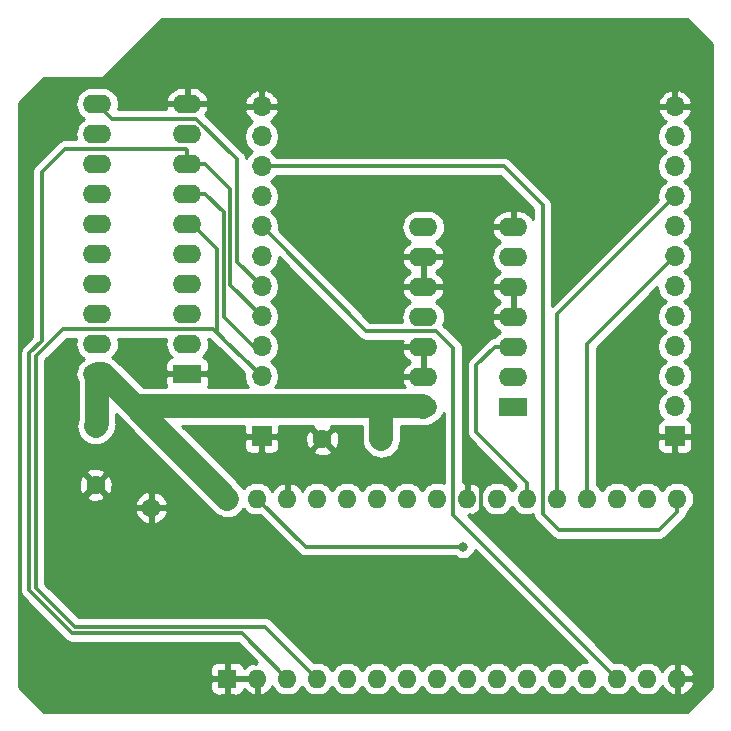
<source format=gbr>
G04 #@! TF.GenerationSoftware,KiCad,Pcbnew,5.1.5+dfsg1-2build2*
G04 #@! TF.CreationDate,2022-09-07T21:32:21-04:00*
G04 #@! TF.ProjectId,coco2_3134_64k_static_ram_board,636f636f-325f-4333-9133-345f36346b5f,1.0.0*
G04 #@! TF.SameCoordinates,Original*
G04 #@! TF.FileFunction,Copper,L1,Top*
G04 #@! TF.FilePolarity,Positive*
%FSLAX46Y46*%
G04 Gerber Fmt 4.6, Leading zero omitted, Abs format (unit mm)*
G04 Created by KiCad (PCBNEW 5.1.5+dfsg1-2build2) date 2022-09-07 21:32:21*
%MOMM*%
%LPD*%
G04 APERTURE LIST*
%ADD10R,1.700000X1.700000*%
%ADD11O,1.700000X1.700000*%
%ADD12C,1.600000*%
%ADD13R,1.600000X1.600000*%
%ADD14O,1.600000X1.600000*%
%ADD15R,2.400000X1.600000*%
%ADD16O,2.400000X1.600000*%
%ADD17C,0.800000*%
%ADD18C,0.350000*%
%ADD19C,2.000000*%
%ADD20C,0.254000*%
G04 APERTURE END LIST*
D10*
X102500000Y-112500000D03*
D11*
X102500000Y-109960000D03*
X102500000Y-107420000D03*
X102500000Y-104880000D03*
X102500000Y-102340000D03*
X102500000Y-99800000D03*
X102500000Y-97260000D03*
X102500000Y-94720000D03*
X102500000Y-92180000D03*
X102500000Y-89640000D03*
X102500000Y-87100000D03*
X102500000Y-84560000D03*
X137500000Y-84560000D03*
X137500000Y-87100000D03*
X137500000Y-89640000D03*
X137500000Y-92180000D03*
X137500000Y-94720000D03*
X137500000Y-97260000D03*
X137500000Y-99800000D03*
X137500000Y-102340000D03*
X137500000Y-104880000D03*
X137500000Y-107420000D03*
X137500000Y-109960000D03*
D10*
X137500000Y-112500000D03*
D12*
X88450000Y-111600000D03*
X88450000Y-116600000D03*
X93164466Y-118535534D03*
X96700000Y-115000000D03*
X112650000Y-112750000D03*
X107650000Y-112750000D03*
D13*
X99600000Y-133000000D03*
D14*
X137700000Y-117760000D03*
X102140000Y-133000000D03*
X135160000Y-117760000D03*
X104680000Y-133000000D03*
X132620000Y-117760000D03*
X107220000Y-133000000D03*
X130080000Y-117760000D03*
X109760000Y-133000000D03*
X127540000Y-117760000D03*
X112300000Y-133000000D03*
X125000000Y-117760000D03*
X114840000Y-133000000D03*
X122460000Y-117760000D03*
X117380000Y-133000000D03*
X119920000Y-117760000D03*
X119920000Y-133000000D03*
X117380000Y-117760000D03*
X122460000Y-133000000D03*
X114840000Y-117760000D03*
X125000000Y-133000000D03*
X112300000Y-117760000D03*
X127540000Y-133000000D03*
X109760000Y-117760000D03*
X130080000Y-133000000D03*
X107220000Y-117760000D03*
X132620000Y-133000000D03*
X104680000Y-117760000D03*
X135160000Y-133000000D03*
X102140000Y-117760000D03*
X137700000Y-133000000D03*
X99600000Y-117760000D03*
D15*
X123800000Y-110000000D03*
D16*
X116180000Y-94760000D03*
X123800000Y-107460000D03*
X116180000Y-97300000D03*
X123800000Y-104920000D03*
X116180000Y-99840000D03*
X123800000Y-102380000D03*
X116180000Y-102380000D03*
X123800000Y-99840000D03*
X116180000Y-104920000D03*
X123800000Y-97300000D03*
X116180000Y-107460000D03*
X123800000Y-94760000D03*
X116180000Y-110000000D03*
D15*
X96200000Y-107200000D03*
D16*
X88580000Y-84340000D03*
X96200000Y-104660000D03*
X88580000Y-86880000D03*
X96200000Y-102120000D03*
X88580000Y-89420000D03*
X96200000Y-99580000D03*
X88580000Y-91960000D03*
X96200000Y-97040000D03*
X88580000Y-94500000D03*
X96200000Y-94500000D03*
X88580000Y-97040000D03*
X96200000Y-91960000D03*
X88580000Y-99580000D03*
X96200000Y-89420000D03*
X88580000Y-102120000D03*
X96200000Y-86880000D03*
X88580000Y-104660000D03*
X96200000Y-84340000D03*
X88580000Y-107200000D03*
D17*
X97000000Y-112100000D03*
X114600000Y-113500000D03*
X107500000Y-115500000D03*
X84800000Y-124600000D03*
X87300000Y-127100000D03*
X122300000Y-115800000D03*
X121100000Y-119300000D03*
X117400000Y-115300000D03*
X119550000Y-121850000D03*
D18*
X121100000Y-118734315D02*
X121100000Y-119300000D01*
X121100000Y-116434315D02*
X121100000Y-118734315D01*
X121734315Y-115800000D02*
X121100000Y-116434315D01*
X122300000Y-115800000D02*
X121734315Y-115800000D01*
D19*
X116140000Y-109960000D02*
X116180000Y-110000000D01*
X88580000Y-107200000D02*
X89040000Y-107200000D01*
X91940000Y-109960000D02*
X91900000Y-110000000D01*
X102500000Y-109960000D02*
X91940000Y-109960000D01*
X91900000Y-110000000D02*
X99600000Y-117760000D01*
X89040000Y-107200000D02*
X91900000Y-110000000D01*
X88580000Y-111470000D02*
X88450000Y-111600000D01*
X88580000Y-107200000D02*
X88580000Y-111470000D01*
X112650000Y-110170000D02*
X112650000Y-112750000D01*
X112860000Y-109960000D02*
X112650000Y-110170000D01*
X102500000Y-109960000D02*
X112860000Y-109960000D01*
X112860000Y-109960000D02*
X116140000Y-109960000D01*
D18*
X98700000Y-96600000D02*
X98700000Y-103620000D01*
X96600000Y-94500000D02*
X98700000Y-96600000D01*
X96200000Y-94500000D02*
X96600000Y-94500000D01*
X99450000Y-104450000D02*
X102500000Y-107420000D01*
X98700000Y-103620000D02*
X99450000Y-104450000D01*
X83400000Y-105700000D02*
X85700000Y-103400000D01*
X83400000Y-125300000D02*
X83400000Y-105700000D01*
X85700000Y-103400000D02*
X98400000Y-103400000D01*
X98400000Y-103400000D02*
X99450000Y-104450000D01*
X107220000Y-133000000D02*
X102819989Y-128599989D01*
X102819989Y-128599989D02*
X86699989Y-128599989D01*
X86699989Y-128599989D02*
X83400000Y-125300000D01*
X99299990Y-102399990D02*
X101780000Y-104880000D01*
X99299990Y-93509990D02*
X99299990Y-102399990D01*
X97750000Y-91960000D02*
X99299990Y-93509990D01*
X101780000Y-104880000D02*
X102500000Y-104880000D01*
X96200000Y-91960000D02*
X97750000Y-91960000D01*
X97750000Y-89420000D02*
X99850000Y-91520000D01*
X96200000Y-89420000D02*
X97750000Y-89420000D01*
X99850000Y-99690000D02*
X102500000Y-102340000D01*
X99850000Y-91520000D02*
X99850000Y-99690000D01*
X96200000Y-88270000D02*
X96200000Y-89420000D01*
X96080000Y-88150000D02*
X96200000Y-88270000D01*
X104680000Y-133000000D02*
X100830000Y-129150000D01*
X100830000Y-129150000D02*
X86472167Y-129150000D01*
X85850000Y-88150000D02*
X96080000Y-88150000D01*
X83900000Y-104422167D02*
X83900000Y-90100000D01*
X82849989Y-125527822D02*
X82849989Y-105472178D01*
X86472167Y-129150000D02*
X82849989Y-125527822D01*
X83900000Y-90100000D02*
X85850000Y-88150000D01*
X82849989Y-105472178D02*
X83900000Y-104422167D01*
X100400000Y-97700000D02*
X102500000Y-99800000D01*
X100400000Y-89018285D02*
X100400000Y-97700000D01*
X89840000Y-85600000D02*
X96981715Y-85600000D01*
X96981715Y-85600000D02*
X100400000Y-89018285D01*
X88580000Y-84340000D02*
X89840000Y-85600000D01*
X103349999Y-95569999D02*
X102500000Y-94720000D01*
X111380000Y-103600000D02*
X103349999Y-95569999D01*
X117300000Y-103600000D02*
X111380000Y-103600000D01*
X118744999Y-105044999D02*
X117300000Y-103600000D01*
X118744999Y-119124999D02*
X118744999Y-105044999D01*
X132620000Y-133000000D02*
X118744999Y-119124999D01*
X123040000Y-89640000D02*
X102500000Y-89640000D01*
X126300000Y-92900000D02*
X123040000Y-89640000D01*
X126300000Y-119050000D02*
X126300000Y-92900000D01*
X137700000Y-118891370D02*
X136141370Y-120450000D01*
X127700000Y-120450000D02*
X126300000Y-119050000D01*
X136141370Y-120450000D02*
X127700000Y-120450000D01*
X137700000Y-117760000D02*
X137700000Y-118891370D01*
X127540000Y-102140000D02*
X137500000Y-92180000D01*
X127540000Y-117760000D02*
X127540000Y-102140000D01*
X130080000Y-104680000D02*
X137500000Y-97260000D01*
X130080000Y-117760000D02*
X130080000Y-104680000D01*
X102140000Y-117760000D02*
X106230000Y-121850000D01*
X106230000Y-121850000D02*
X118984315Y-121850000D01*
X118984315Y-121850000D02*
X119550000Y-121850000D01*
X122250000Y-104920000D02*
X120700000Y-106470000D01*
X123800000Y-104920000D02*
X122250000Y-104920000D01*
X120700000Y-106470000D02*
X120700000Y-112150000D01*
X125000000Y-116450000D02*
X125000000Y-117760000D01*
X120700000Y-112150000D02*
X125000000Y-116450000D01*
D20*
G36*
X140640000Y-79273381D02*
G01*
X140640001Y-133726618D01*
X138526620Y-135840000D01*
X84073381Y-135840000D01*
X82033381Y-133800000D01*
X98161928Y-133800000D01*
X98174188Y-133924482D01*
X98210498Y-134044180D01*
X98269463Y-134154494D01*
X98348815Y-134251185D01*
X98445506Y-134330537D01*
X98555820Y-134389502D01*
X98675518Y-134425812D01*
X98800000Y-134438072D01*
X99314250Y-134435000D01*
X99473000Y-134276250D01*
X99473000Y-133127000D01*
X99727000Y-133127000D01*
X99727000Y-134276250D01*
X99885750Y-134435000D01*
X100400000Y-134438072D01*
X100524482Y-134425812D01*
X100644180Y-134389502D01*
X100754494Y-134330537D01*
X100851185Y-134251185D01*
X100930537Y-134154494D01*
X100989502Y-134044180D01*
X101025812Y-133924482D01*
X101028231Y-133899920D01*
X101176586Y-134063519D01*
X101402580Y-134231037D01*
X101656913Y-134351246D01*
X101790961Y-134391904D01*
X102013000Y-134269915D01*
X102013000Y-133127000D01*
X99727000Y-133127000D01*
X99473000Y-133127000D01*
X98323750Y-133127000D01*
X98165000Y-133285750D01*
X98161928Y-133800000D01*
X82033381Y-133800000D01*
X81960000Y-133726620D01*
X81960000Y-132200000D01*
X98161928Y-132200000D01*
X98165000Y-132714250D01*
X98323750Y-132873000D01*
X99473000Y-132873000D01*
X99473000Y-131723750D01*
X99314250Y-131565000D01*
X98800000Y-131561928D01*
X98675518Y-131574188D01*
X98555820Y-131610498D01*
X98445506Y-131669463D01*
X98348815Y-131748815D01*
X98269463Y-131845506D01*
X98210498Y-131955820D01*
X98174188Y-132075518D01*
X98161928Y-132200000D01*
X81960000Y-132200000D01*
X81960000Y-105472178D01*
X82036070Y-105472178D01*
X82039990Y-105511976D01*
X82039989Y-125488034D01*
X82036070Y-125527822D01*
X82039989Y-125567610D01*
X82039989Y-125567612D01*
X82051709Y-125686609D01*
X82098026Y-125839294D01*
X82133038Y-125904797D01*
X82173240Y-125980011D01*
X82204692Y-126018335D01*
X82274461Y-126103350D01*
X82305377Y-126128722D01*
X85871272Y-129694618D01*
X85896639Y-129725528D01*
X85964377Y-129781119D01*
X86019977Y-129826749D01*
X86095191Y-129866951D01*
X86160694Y-129901963D01*
X86313379Y-129948280D01*
X86432376Y-129960000D01*
X86432378Y-129960000D01*
X86472166Y-129963919D01*
X86511954Y-129960000D01*
X100494488Y-129960000D01*
X102099487Y-131565000D01*
X102012998Y-131565000D01*
X102012998Y-131730084D01*
X101790961Y-131608096D01*
X101656913Y-131648754D01*
X101402580Y-131768963D01*
X101176586Y-131936481D01*
X101028231Y-132100080D01*
X101025812Y-132075518D01*
X100989502Y-131955820D01*
X100930537Y-131845506D01*
X100851185Y-131748815D01*
X100754494Y-131669463D01*
X100644180Y-131610498D01*
X100524482Y-131574188D01*
X100400000Y-131561928D01*
X99885750Y-131565000D01*
X99727000Y-131723750D01*
X99727000Y-132873000D01*
X102013000Y-132873000D01*
X102013000Y-132853000D01*
X102267000Y-132853000D01*
X102267000Y-132873000D01*
X102287000Y-132873000D01*
X102287000Y-133127000D01*
X102267000Y-133127000D01*
X102267000Y-134269915D01*
X102489039Y-134391904D01*
X102623087Y-134351246D01*
X102877420Y-134231037D01*
X103103414Y-134063519D01*
X103292385Y-133855131D01*
X103403933Y-133669135D01*
X103408320Y-133679727D01*
X103565363Y-133914759D01*
X103765241Y-134114637D01*
X104000273Y-134271680D01*
X104261426Y-134379853D01*
X104538665Y-134435000D01*
X104821335Y-134435000D01*
X105098574Y-134379853D01*
X105359727Y-134271680D01*
X105594759Y-134114637D01*
X105794637Y-133914759D01*
X105950000Y-133682241D01*
X106105363Y-133914759D01*
X106305241Y-134114637D01*
X106540273Y-134271680D01*
X106801426Y-134379853D01*
X107078665Y-134435000D01*
X107361335Y-134435000D01*
X107638574Y-134379853D01*
X107899727Y-134271680D01*
X108134759Y-134114637D01*
X108334637Y-133914759D01*
X108490000Y-133682241D01*
X108645363Y-133914759D01*
X108845241Y-134114637D01*
X109080273Y-134271680D01*
X109341426Y-134379853D01*
X109618665Y-134435000D01*
X109901335Y-134435000D01*
X110178574Y-134379853D01*
X110439727Y-134271680D01*
X110674759Y-134114637D01*
X110874637Y-133914759D01*
X111030000Y-133682241D01*
X111185363Y-133914759D01*
X111385241Y-134114637D01*
X111620273Y-134271680D01*
X111881426Y-134379853D01*
X112158665Y-134435000D01*
X112441335Y-134435000D01*
X112718574Y-134379853D01*
X112979727Y-134271680D01*
X113214759Y-134114637D01*
X113414637Y-133914759D01*
X113570000Y-133682241D01*
X113725363Y-133914759D01*
X113925241Y-134114637D01*
X114160273Y-134271680D01*
X114421426Y-134379853D01*
X114698665Y-134435000D01*
X114981335Y-134435000D01*
X115258574Y-134379853D01*
X115519727Y-134271680D01*
X115754759Y-134114637D01*
X115954637Y-133914759D01*
X116110000Y-133682241D01*
X116265363Y-133914759D01*
X116465241Y-134114637D01*
X116700273Y-134271680D01*
X116961426Y-134379853D01*
X117238665Y-134435000D01*
X117521335Y-134435000D01*
X117798574Y-134379853D01*
X118059727Y-134271680D01*
X118294759Y-134114637D01*
X118494637Y-133914759D01*
X118650000Y-133682241D01*
X118805363Y-133914759D01*
X119005241Y-134114637D01*
X119240273Y-134271680D01*
X119501426Y-134379853D01*
X119778665Y-134435000D01*
X120061335Y-134435000D01*
X120338574Y-134379853D01*
X120599727Y-134271680D01*
X120834759Y-134114637D01*
X121034637Y-133914759D01*
X121190000Y-133682241D01*
X121345363Y-133914759D01*
X121545241Y-134114637D01*
X121780273Y-134271680D01*
X122041426Y-134379853D01*
X122318665Y-134435000D01*
X122601335Y-134435000D01*
X122878574Y-134379853D01*
X123139727Y-134271680D01*
X123374759Y-134114637D01*
X123574637Y-133914759D01*
X123730000Y-133682241D01*
X123885363Y-133914759D01*
X124085241Y-134114637D01*
X124320273Y-134271680D01*
X124581426Y-134379853D01*
X124858665Y-134435000D01*
X125141335Y-134435000D01*
X125418574Y-134379853D01*
X125679727Y-134271680D01*
X125914759Y-134114637D01*
X126114637Y-133914759D01*
X126270000Y-133682241D01*
X126425363Y-133914759D01*
X126625241Y-134114637D01*
X126860273Y-134271680D01*
X127121426Y-134379853D01*
X127398665Y-134435000D01*
X127681335Y-134435000D01*
X127958574Y-134379853D01*
X128219727Y-134271680D01*
X128454759Y-134114637D01*
X128654637Y-133914759D01*
X128810000Y-133682241D01*
X128965363Y-133914759D01*
X129165241Y-134114637D01*
X129400273Y-134271680D01*
X129661426Y-134379853D01*
X129938665Y-134435000D01*
X130221335Y-134435000D01*
X130498574Y-134379853D01*
X130759727Y-134271680D01*
X130994759Y-134114637D01*
X131194637Y-133914759D01*
X131350000Y-133682241D01*
X131505363Y-133914759D01*
X131705241Y-134114637D01*
X131940273Y-134271680D01*
X132201426Y-134379853D01*
X132478665Y-134435000D01*
X132761335Y-134435000D01*
X133038574Y-134379853D01*
X133299727Y-134271680D01*
X133534759Y-134114637D01*
X133734637Y-133914759D01*
X133890000Y-133682241D01*
X134045363Y-133914759D01*
X134245241Y-134114637D01*
X134480273Y-134271680D01*
X134741426Y-134379853D01*
X135018665Y-134435000D01*
X135301335Y-134435000D01*
X135578574Y-134379853D01*
X135839727Y-134271680D01*
X136074759Y-134114637D01*
X136274637Y-133914759D01*
X136431680Y-133679727D01*
X136436067Y-133669135D01*
X136547615Y-133855131D01*
X136736586Y-134063519D01*
X136962580Y-134231037D01*
X137216913Y-134351246D01*
X137350961Y-134391904D01*
X137573000Y-134269915D01*
X137573000Y-133127000D01*
X137827000Y-133127000D01*
X137827000Y-134269915D01*
X138049039Y-134391904D01*
X138183087Y-134351246D01*
X138437420Y-134231037D01*
X138663414Y-134063519D01*
X138852385Y-133855131D01*
X138997070Y-133613881D01*
X139091909Y-133349040D01*
X138970624Y-133127000D01*
X137827000Y-133127000D01*
X137573000Y-133127000D01*
X137553000Y-133127000D01*
X137553000Y-132873000D01*
X137573000Y-132873000D01*
X137573000Y-131730085D01*
X137827000Y-131730085D01*
X137827000Y-132873000D01*
X138970624Y-132873000D01*
X139091909Y-132650960D01*
X138997070Y-132386119D01*
X138852385Y-132144869D01*
X138663414Y-131936481D01*
X138437420Y-131768963D01*
X138183087Y-131648754D01*
X138049039Y-131608096D01*
X137827000Y-131730085D01*
X137573000Y-131730085D01*
X137350961Y-131608096D01*
X137216913Y-131648754D01*
X136962580Y-131768963D01*
X136736586Y-131936481D01*
X136547615Y-132144869D01*
X136436067Y-132330865D01*
X136431680Y-132320273D01*
X136274637Y-132085241D01*
X136074759Y-131885363D01*
X135839727Y-131728320D01*
X135578574Y-131620147D01*
X135301335Y-131565000D01*
X135018665Y-131565000D01*
X134741426Y-131620147D01*
X134480273Y-131728320D01*
X134245241Y-131885363D01*
X134045363Y-132085241D01*
X133890000Y-132317759D01*
X133734637Y-132085241D01*
X133534759Y-131885363D01*
X133299727Y-131728320D01*
X133038574Y-131620147D01*
X132761335Y-131565000D01*
X132478665Y-131565000D01*
X132355093Y-131589580D01*
X119960512Y-119195000D01*
X120047002Y-119195000D01*
X120047002Y-119029916D01*
X120269039Y-119151904D01*
X120403087Y-119111246D01*
X120657420Y-118991037D01*
X120883414Y-118823519D01*
X121072385Y-118615131D01*
X121183933Y-118429135D01*
X121188320Y-118439727D01*
X121345363Y-118674759D01*
X121545241Y-118874637D01*
X121780273Y-119031680D01*
X122041426Y-119139853D01*
X122318665Y-119195000D01*
X122601335Y-119195000D01*
X122878574Y-119139853D01*
X123139727Y-119031680D01*
X123374759Y-118874637D01*
X123574637Y-118674759D01*
X123730000Y-118442241D01*
X123885363Y-118674759D01*
X124085241Y-118874637D01*
X124320273Y-119031680D01*
X124581426Y-119139853D01*
X124858665Y-119195000D01*
X125141335Y-119195000D01*
X125418574Y-119139853D01*
X125491938Y-119109465D01*
X125501720Y-119208787D01*
X125548037Y-119361472D01*
X125565586Y-119394304D01*
X125623251Y-119502189D01*
X125654703Y-119540513D01*
X125724472Y-119625528D01*
X125755388Y-119650900D01*
X127099100Y-120994612D01*
X127124472Y-121025528D01*
X127212825Y-121098037D01*
X127247810Y-121126749D01*
X127323024Y-121166951D01*
X127388527Y-121201963D01*
X127541212Y-121248280D01*
X127660209Y-121260000D01*
X127660212Y-121260000D01*
X127700000Y-121263919D01*
X127739788Y-121260000D01*
X136101582Y-121260000D01*
X136141370Y-121263919D01*
X136181158Y-121260000D01*
X136181161Y-121260000D01*
X136300158Y-121248280D01*
X136452843Y-121201963D01*
X136593559Y-121126749D01*
X136716898Y-121025528D01*
X136742269Y-120994613D01*
X138244618Y-119492265D01*
X138275528Y-119466898D01*
X138376749Y-119343559D01*
X138410572Y-119280280D01*
X138451963Y-119202844D01*
X138471071Y-119139853D01*
X138498280Y-119050158D01*
X138508580Y-118945584D01*
X138614759Y-118874637D01*
X138814637Y-118674759D01*
X138971680Y-118439727D01*
X139079853Y-118178574D01*
X139135000Y-117901335D01*
X139135000Y-117618665D01*
X139079853Y-117341426D01*
X138971680Y-117080273D01*
X138814637Y-116845241D01*
X138614759Y-116645363D01*
X138379727Y-116488320D01*
X138118574Y-116380147D01*
X137841335Y-116325000D01*
X137558665Y-116325000D01*
X137281426Y-116380147D01*
X137020273Y-116488320D01*
X136785241Y-116645363D01*
X136585363Y-116845241D01*
X136430000Y-117077759D01*
X136274637Y-116845241D01*
X136074759Y-116645363D01*
X135839727Y-116488320D01*
X135578574Y-116380147D01*
X135301335Y-116325000D01*
X135018665Y-116325000D01*
X134741426Y-116380147D01*
X134480273Y-116488320D01*
X134245241Y-116645363D01*
X134045363Y-116845241D01*
X133890000Y-117077759D01*
X133734637Y-116845241D01*
X133534759Y-116645363D01*
X133299727Y-116488320D01*
X133038574Y-116380147D01*
X132761335Y-116325000D01*
X132478665Y-116325000D01*
X132201426Y-116380147D01*
X131940273Y-116488320D01*
X131705241Y-116645363D01*
X131505363Y-116845241D01*
X131350000Y-117077759D01*
X131194637Y-116845241D01*
X130994759Y-116645363D01*
X130890000Y-116575365D01*
X130890000Y-113350000D01*
X136011928Y-113350000D01*
X136024188Y-113474482D01*
X136060498Y-113594180D01*
X136119463Y-113704494D01*
X136198815Y-113801185D01*
X136295506Y-113880537D01*
X136405820Y-113939502D01*
X136525518Y-113975812D01*
X136650000Y-113988072D01*
X137214250Y-113985000D01*
X137373000Y-113826250D01*
X137373000Y-112627000D01*
X137627000Y-112627000D01*
X137627000Y-113826250D01*
X137785750Y-113985000D01*
X138350000Y-113988072D01*
X138474482Y-113975812D01*
X138594180Y-113939502D01*
X138704494Y-113880537D01*
X138801185Y-113801185D01*
X138880537Y-113704494D01*
X138939502Y-113594180D01*
X138975812Y-113474482D01*
X138988072Y-113350000D01*
X138985000Y-112785750D01*
X138826250Y-112627000D01*
X137627000Y-112627000D01*
X137373000Y-112627000D01*
X136173750Y-112627000D01*
X136015000Y-112785750D01*
X136011928Y-113350000D01*
X130890000Y-113350000D01*
X130890000Y-105015512D01*
X136015000Y-99890513D01*
X136015000Y-99946260D01*
X136072068Y-100233158D01*
X136184010Y-100503411D01*
X136346525Y-100746632D01*
X136553368Y-100953475D01*
X136727760Y-101070000D01*
X136553368Y-101186525D01*
X136346525Y-101393368D01*
X136184010Y-101636589D01*
X136072068Y-101906842D01*
X136015000Y-102193740D01*
X136015000Y-102486260D01*
X136072068Y-102773158D01*
X136184010Y-103043411D01*
X136346525Y-103286632D01*
X136553368Y-103493475D01*
X136727760Y-103610000D01*
X136553368Y-103726525D01*
X136346525Y-103933368D01*
X136184010Y-104176589D01*
X136072068Y-104446842D01*
X136015000Y-104733740D01*
X136015000Y-105026260D01*
X136072068Y-105313158D01*
X136184010Y-105583411D01*
X136346525Y-105826632D01*
X136553368Y-106033475D01*
X136727760Y-106150000D01*
X136553368Y-106266525D01*
X136346525Y-106473368D01*
X136184010Y-106716589D01*
X136072068Y-106986842D01*
X136015000Y-107273740D01*
X136015000Y-107566260D01*
X136072068Y-107853158D01*
X136184010Y-108123411D01*
X136346525Y-108366632D01*
X136553368Y-108573475D01*
X136727760Y-108690000D01*
X136553368Y-108806525D01*
X136346525Y-109013368D01*
X136184010Y-109256589D01*
X136072068Y-109526842D01*
X136015000Y-109813740D01*
X136015000Y-110106260D01*
X136072068Y-110393158D01*
X136184010Y-110663411D01*
X136346525Y-110906632D01*
X136478380Y-111038487D01*
X136405820Y-111060498D01*
X136295506Y-111119463D01*
X136198815Y-111198815D01*
X136119463Y-111295506D01*
X136060498Y-111405820D01*
X136024188Y-111525518D01*
X136011928Y-111650000D01*
X136015000Y-112214250D01*
X136173750Y-112373000D01*
X137373000Y-112373000D01*
X137373000Y-112353000D01*
X137627000Y-112353000D01*
X137627000Y-112373000D01*
X138826250Y-112373000D01*
X138985000Y-112214250D01*
X138988072Y-111650000D01*
X138975812Y-111525518D01*
X138939502Y-111405820D01*
X138880537Y-111295506D01*
X138801185Y-111198815D01*
X138704494Y-111119463D01*
X138594180Y-111060498D01*
X138521620Y-111038487D01*
X138653475Y-110906632D01*
X138815990Y-110663411D01*
X138927932Y-110393158D01*
X138985000Y-110106260D01*
X138985000Y-109813740D01*
X138927932Y-109526842D01*
X138815990Y-109256589D01*
X138653475Y-109013368D01*
X138446632Y-108806525D01*
X138272240Y-108690000D01*
X138446632Y-108573475D01*
X138653475Y-108366632D01*
X138815990Y-108123411D01*
X138927932Y-107853158D01*
X138985000Y-107566260D01*
X138985000Y-107273740D01*
X138927932Y-106986842D01*
X138815990Y-106716589D01*
X138653475Y-106473368D01*
X138446632Y-106266525D01*
X138272240Y-106150000D01*
X138446632Y-106033475D01*
X138653475Y-105826632D01*
X138815990Y-105583411D01*
X138927932Y-105313158D01*
X138985000Y-105026260D01*
X138985000Y-104733740D01*
X138927932Y-104446842D01*
X138815990Y-104176589D01*
X138653475Y-103933368D01*
X138446632Y-103726525D01*
X138272240Y-103610000D01*
X138446632Y-103493475D01*
X138653475Y-103286632D01*
X138815990Y-103043411D01*
X138927932Y-102773158D01*
X138985000Y-102486260D01*
X138985000Y-102193740D01*
X138927932Y-101906842D01*
X138815990Y-101636589D01*
X138653475Y-101393368D01*
X138446632Y-101186525D01*
X138272240Y-101070000D01*
X138446632Y-100953475D01*
X138653475Y-100746632D01*
X138815990Y-100503411D01*
X138927932Y-100233158D01*
X138985000Y-99946260D01*
X138985000Y-99653740D01*
X138927932Y-99366842D01*
X138815990Y-99096589D01*
X138653475Y-98853368D01*
X138446632Y-98646525D01*
X138272240Y-98530000D01*
X138446632Y-98413475D01*
X138653475Y-98206632D01*
X138815990Y-97963411D01*
X138927932Y-97693158D01*
X138985000Y-97406260D01*
X138985000Y-97113740D01*
X138927932Y-96826842D01*
X138815990Y-96556589D01*
X138653475Y-96313368D01*
X138446632Y-96106525D01*
X138272240Y-95990000D01*
X138446632Y-95873475D01*
X138653475Y-95666632D01*
X138815990Y-95423411D01*
X138927932Y-95153158D01*
X138985000Y-94866260D01*
X138985000Y-94573740D01*
X138927932Y-94286842D01*
X138815990Y-94016589D01*
X138653475Y-93773368D01*
X138446632Y-93566525D01*
X138272240Y-93450000D01*
X138446632Y-93333475D01*
X138653475Y-93126632D01*
X138815990Y-92883411D01*
X138927932Y-92613158D01*
X138985000Y-92326260D01*
X138985000Y-92033740D01*
X138927932Y-91746842D01*
X138815990Y-91476589D01*
X138653475Y-91233368D01*
X138446632Y-91026525D01*
X138272240Y-90910000D01*
X138446632Y-90793475D01*
X138653475Y-90586632D01*
X138815990Y-90343411D01*
X138927932Y-90073158D01*
X138985000Y-89786260D01*
X138985000Y-89493740D01*
X138927932Y-89206842D01*
X138815990Y-88936589D01*
X138653475Y-88693368D01*
X138446632Y-88486525D01*
X138272240Y-88370000D01*
X138446632Y-88253475D01*
X138653475Y-88046632D01*
X138815990Y-87803411D01*
X138927932Y-87533158D01*
X138985000Y-87246260D01*
X138985000Y-86953740D01*
X138927932Y-86666842D01*
X138815990Y-86396589D01*
X138653475Y-86153368D01*
X138446632Y-85946525D01*
X138264466Y-85824805D01*
X138381355Y-85755178D01*
X138597588Y-85560269D01*
X138771641Y-85326920D01*
X138896825Y-85064099D01*
X138941476Y-84916890D01*
X138820155Y-84687000D01*
X137627000Y-84687000D01*
X137627000Y-84707000D01*
X137373000Y-84707000D01*
X137373000Y-84687000D01*
X136179845Y-84687000D01*
X136058524Y-84916890D01*
X136103175Y-85064099D01*
X136228359Y-85326920D01*
X136402412Y-85560269D01*
X136618645Y-85755178D01*
X136735534Y-85824805D01*
X136553368Y-85946525D01*
X136346525Y-86153368D01*
X136184010Y-86396589D01*
X136072068Y-86666842D01*
X136015000Y-86953740D01*
X136015000Y-87246260D01*
X136072068Y-87533158D01*
X136184010Y-87803411D01*
X136346525Y-88046632D01*
X136553368Y-88253475D01*
X136727760Y-88370000D01*
X136553368Y-88486525D01*
X136346525Y-88693368D01*
X136184010Y-88936589D01*
X136072068Y-89206842D01*
X136015000Y-89493740D01*
X136015000Y-89786260D01*
X136072068Y-90073158D01*
X136184010Y-90343411D01*
X136346525Y-90586632D01*
X136553368Y-90793475D01*
X136727760Y-90910000D01*
X136553368Y-91026525D01*
X136346525Y-91233368D01*
X136184010Y-91476589D01*
X136072068Y-91746842D01*
X136015000Y-92033740D01*
X136015000Y-92326260D01*
X136047059Y-92487428D01*
X127110000Y-101424488D01*
X127110000Y-92939787D01*
X127113919Y-92899999D01*
X127101115Y-92770000D01*
X127098280Y-92741212D01*
X127051963Y-92588527D01*
X127007114Y-92504620D01*
X126976749Y-92447810D01*
X126931119Y-92392210D01*
X126875528Y-92324472D01*
X126844618Y-92299105D01*
X123640900Y-89095388D01*
X123615528Y-89064472D01*
X123492189Y-88963251D01*
X123351473Y-88888037D01*
X123198788Y-88841720D01*
X123079791Y-88830000D01*
X123079788Y-88830000D01*
X123040000Y-88826081D01*
X123000212Y-88830000D01*
X103744770Y-88830000D01*
X103653475Y-88693368D01*
X103446632Y-88486525D01*
X103272240Y-88370000D01*
X103446632Y-88253475D01*
X103653475Y-88046632D01*
X103815990Y-87803411D01*
X103927932Y-87533158D01*
X103985000Y-87246260D01*
X103985000Y-86953740D01*
X103927932Y-86666842D01*
X103815990Y-86396589D01*
X103653475Y-86153368D01*
X103446632Y-85946525D01*
X103264466Y-85824805D01*
X103381355Y-85755178D01*
X103597588Y-85560269D01*
X103771641Y-85326920D01*
X103896825Y-85064099D01*
X103941476Y-84916890D01*
X103820155Y-84687000D01*
X102627000Y-84687000D01*
X102627000Y-84707000D01*
X102373000Y-84707000D01*
X102373000Y-84687000D01*
X101179845Y-84687000D01*
X101058524Y-84916890D01*
X101103175Y-85064099D01*
X101228359Y-85326920D01*
X101402412Y-85560269D01*
X101618645Y-85755178D01*
X101735534Y-85824805D01*
X101553368Y-85946525D01*
X101346525Y-86153368D01*
X101184010Y-86396589D01*
X101072068Y-86666842D01*
X101015000Y-86953740D01*
X101015000Y-87246260D01*
X101072068Y-87533158D01*
X101184010Y-87803411D01*
X101346525Y-88046632D01*
X101553368Y-88253475D01*
X101727760Y-88370000D01*
X101553368Y-88486525D01*
X101346525Y-88693368D01*
X101203064Y-88908072D01*
X101198280Y-88859497D01*
X101151963Y-88706812D01*
X101100216Y-88610000D01*
X101076749Y-88566095D01*
X101011447Y-88486525D01*
X100975528Y-88442757D01*
X100944619Y-88417391D01*
X97740047Y-85212820D01*
X97863715Y-85031646D01*
X97974367Y-84771818D01*
X97991904Y-84689039D01*
X97869915Y-84467000D01*
X96327000Y-84467000D01*
X96327000Y-84487000D01*
X96073000Y-84487000D01*
X96073000Y-84467000D01*
X94530085Y-84467000D01*
X94408096Y-84689039D01*
X94425633Y-84771818D01*
X94433376Y-84790000D01*
X90343065Y-84790000D01*
X90394236Y-84621309D01*
X90421943Y-84340000D01*
X90394236Y-84058691D01*
X90373691Y-83990961D01*
X94408096Y-83990961D01*
X94530085Y-84213000D01*
X96073000Y-84213000D01*
X96073000Y-82905000D01*
X96327000Y-82905000D01*
X96327000Y-84213000D01*
X97869915Y-84213000D01*
X97875348Y-84203110D01*
X101058524Y-84203110D01*
X101179845Y-84433000D01*
X102373000Y-84433000D01*
X102373000Y-83239186D01*
X102627000Y-83239186D01*
X102627000Y-84433000D01*
X103820155Y-84433000D01*
X103941476Y-84203110D01*
X136058524Y-84203110D01*
X136179845Y-84433000D01*
X137373000Y-84433000D01*
X137373000Y-83239186D01*
X137627000Y-83239186D01*
X137627000Y-84433000D01*
X138820155Y-84433000D01*
X138941476Y-84203110D01*
X138896825Y-84055901D01*
X138771641Y-83793080D01*
X138597588Y-83559731D01*
X138381355Y-83364822D01*
X138131252Y-83215843D01*
X137856891Y-83118519D01*
X137627000Y-83239186D01*
X137373000Y-83239186D01*
X137143109Y-83118519D01*
X136868748Y-83215843D01*
X136618645Y-83364822D01*
X136402412Y-83559731D01*
X136228359Y-83793080D01*
X136103175Y-84055901D01*
X136058524Y-84203110D01*
X103941476Y-84203110D01*
X103896825Y-84055901D01*
X103771641Y-83793080D01*
X103597588Y-83559731D01*
X103381355Y-83364822D01*
X103131252Y-83215843D01*
X102856891Y-83118519D01*
X102627000Y-83239186D01*
X102373000Y-83239186D01*
X102143109Y-83118519D01*
X101868748Y-83215843D01*
X101618645Y-83364822D01*
X101402412Y-83559731D01*
X101228359Y-83793080D01*
X101103175Y-84055901D01*
X101058524Y-84203110D01*
X97875348Y-84203110D01*
X97991904Y-83990961D01*
X97974367Y-83908182D01*
X97863715Y-83648354D01*
X97704500Y-83415105D01*
X97502839Y-83217399D01*
X97266483Y-83062834D01*
X97004514Y-82957350D01*
X96727000Y-82905000D01*
X96327000Y-82905000D01*
X96073000Y-82905000D01*
X95673000Y-82905000D01*
X95395486Y-82957350D01*
X95133517Y-83062834D01*
X94897161Y-83217399D01*
X94695500Y-83415105D01*
X94536285Y-83648354D01*
X94425633Y-83908182D01*
X94408096Y-83990961D01*
X90373691Y-83990961D01*
X90312182Y-83788192D01*
X90178932Y-83538899D01*
X89999608Y-83320392D01*
X89781101Y-83141068D01*
X89531808Y-83007818D01*
X89261309Y-82925764D01*
X89050492Y-82905000D01*
X88109508Y-82905000D01*
X87898691Y-82925764D01*
X87628192Y-83007818D01*
X87378899Y-83141068D01*
X87160392Y-83320392D01*
X86981068Y-83538899D01*
X86847818Y-83788192D01*
X86765764Y-84058691D01*
X86738057Y-84340000D01*
X86765764Y-84621309D01*
X86847818Y-84891808D01*
X86981068Y-85141101D01*
X87160392Y-85359608D01*
X87378899Y-85538932D01*
X87511858Y-85610000D01*
X87378899Y-85681068D01*
X87160392Y-85860392D01*
X86981068Y-86078899D01*
X86847818Y-86328192D01*
X86765764Y-86598691D01*
X86738057Y-86880000D01*
X86765764Y-87161309D01*
X86819969Y-87340000D01*
X85889787Y-87340000D01*
X85849999Y-87336081D01*
X85810211Y-87340000D01*
X85810209Y-87340000D01*
X85691212Y-87351720D01*
X85538527Y-87398037D01*
X85397811Y-87473251D01*
X85274472Y-87574472D01*
X85249105Y-87605382D01*
X83355383Y-89499105D01*
X83324473Y-89524472D01*
X83299108Y-89555380D01*
X83223251Y-89647811D01*
X83148038Y-89788527D01*
X83101721Y-89941213D01*
X83086081Y-90100000D01*
X83090001Y-90139798D01*
X83090000Y-104086654D01*
X82305372Y-104871283D01*
X82274462Y-104896650D01*
X82237812Y-104941309D01*
X82173240Y-105019989D01*
X82117394Y-105124472D01*
X82098027Y-105160705D01*
X82051781Y-105313158D01*
X82051710Y-105313391D01*
X82036070Y-105472178D01*
X81960000Y-105472178D01*
X81960000Y-84273380D01*
X84073381Y-82160000D01*
X88767591Y-82160000D01*
X88800000Y-82163192D01*
X88832409Y-82160000D01*
X88832419Y-82160000D01*
X88929383Y-82150450D01*
X89053793Y-82112710D01*
X89168450Y-82051425D01*
X89268948Y-81968948D01*
X89289616Y-81943764D01*
X94073381Y-77160000D01*
X138526620Y-77160000D01*
X140640000Y-79273381D01*
G37*
X140640000Y-79273381D02*
X140640001Y-133726618D01*
X138526620Y-135840000D01*
X84073381Y-135840000D01*
X82033381Y-133800000D01*
X98161928Y-133800000D01*
X98174188Y-133924482D01*
X98210498Y-134044180D01*
X98269463Y-134154494D01*
X98348815Y-134251185D01*
X98445506Y-134330537D01*
X98555820Y-134389502D01*
X98675518Y-134425812D01*
X98800000Y-134438072D01*
X99314250Y-134435000D01*
X99473000Y-134276250D01*
X99473000Y-133127000D01*
X99727000Y-133127000D01*
X99727000Y-134276250D01*
X99885750Y-134435000D01*
X100400000Y-134438072D01*
X100524482Y-134425812D01*
X100644180Y-134389502D01*
X100754494Y-134330537D01*
X100851185Y-134251185D01*
X100930537Y-134154494D01*
X100989502Y-134044180D01*
X101025812Y-133924482D01*
X101028231Y-133899920D01*
X101176586Y-134063519D01*
X101402580Y-134231037D01*
X101656913Y-134351246D01*
X101790961Y-134391904D01*
X102013000Y-134269915D01*
X102013000Y-133127000D01*
X99727000Y-133127000D01*
X99473000Y-133127000D01*
X98323750Y-133127000D01*
X98165000Y-133285750D01*
X98161928Y-133800000D01*
X82033381Y-133800000D01*
X81960000Y-133726620D01*
X81960000Y-132200000D01*
X98161928Y-132200000D01*
X98165000Y-132714250D01*
X98323750Y-132873000D01*
X99473000Y-132873000D01*
X99473000Y-131723750D01*
X99314250Y-131565000D01*
X98800000Y-131561928D01*
X98675518Y-131574188D01*
X98555820Y-131610498D01*
X98445506Y-131669463D01*
X98348815Y-131748815D01*
X98269463Y-131845506D01*
X98210498Y-131955820D01*
X98174188Y-132075518D01*
X98161928Y-132200000D01*
X81960000Y-132200000D01*
X81960000Y-105472178D01*
X82036070Y-105472178D01*
X82039990Y-105511976D01*
X82039989Y-125488034D01*
X82036070Y-125527822D01*
X82039989Y-125567610D01*
X82039989Y-125567612D01*
X82051709Y-125686609D01*
X82098026Y-125839294D01*
X82133038Y-125904797D01*
X82173240Y-125980011D01*
X82204692Y-126018335D01*
X82274461Y-126103350D01*
X82305377Y-126128722D01*
X85871272Y-129694618D01*
X85896639Y-129725528D01*
X85964377Y-129781119D01*
X86019977Y-129826749D01*
X86095191Y-129866951D01*
X86160694Y-129901963D01*
X86313379Y-129948280D01*
X86432376Y-129960000D01*
X86432378Y-129960000D01*
X86472166Y-129963919D01*
X86511954Y-129960000D01*
X100494488Y-129960000D01*
X102099487Y-131565000D01*
X102012998Y-131565000D01*
X102012998Y-131730084D01*
X101790961Y-131608096D01*
X101656913Y-131648754D01*
X101402580Y-131768963D01*
X101176586Y-131936481D01*
X101028231Y-132100080D01*
X101025812Y-132075518D01*
X100989502Y-131955820D01*
X100930537Y-131845506D01*
X100851185Y-131748815D01*
X100754494Y-131669463D01*
X100644180Y-131610498D01*
X100524482Y-131574188D01*
X100400000Y-131561928D01*
X99885750Y-131565000D01*
X99727000Y-131723750D01*
X99727000Y-132873000D01*
X102013000Y-132873000D01*
X102013000Y-132853000D01*
X102267000Y-132853000D01*
X102267000Y-132873000D01*
X102287000Y-132873000D01*
X102287000Y-133127000D01*
X102267000Y-133127000D01*
X102267000Y-134269915D01*
X102489039Y-134391904D01*
X102623087Y-134351246D01*
X102877420Y-134231037D01*
X103103414Y-134063519D01*
X103292385Y-133855131D01*
X103403933Y-133669135D01*
X103408320Y-133679727D01*
X103565363Y-133914759D01*
X103765241Y-134114637D01*
X104000273Y-134271680D01*
X104261426Y-134379853D01*
X104538665Y-134435000D01*
X104821335Y-134435000D01*
X105098574Y-134379853D01*
X105359727Y-134271680D01*
X105594759Y-134114637D01*
X105794637Y-133914759D01*
X105950000Y-133682241D01*
X106105363Y-133914759D01*
X106305241Y-134114637D01*
X106540273Y-134271680D01*
X106801426Y-134379853D01*
X107078665Y-134435000D01*
X107361335Y-134435000D01*
X107638574Y-134379853D01*
X107899727Y-134271680D01*
X108134759Y-134114637D01*
X108334637Y-133914759D01*
X108490000Y-133682241D01*
X108645363Y-133914759D01*
X108845241Y-134114637D01*
X109080273Y-134271680D01*
X109341426Y-134379853D01*
X109618665Y-134435000D01*
X109901335Y-134435000D01*
X110178574Y-134379853D01*
X110439727Y-134271680D01*
X110674759Y-134114637D01*
X110874637Y-133914759D01*
X111030000Y-133682241D01*
X111185363Y-133914759D01*
X111385241Y-134114637D01*
X111620273Y-134271680D01*
X111881426Y-134379853D01*
X112158665Y-134435000D01*
X112441335Y-134435000D01*
X112718574Y-134379853D01*
X112979727Y-134271680D01*
X113214759Y-134114637D01*
X113414637Y-133914759D01*
X113570000Y-133682241D01*
X113725363Y-133914759D01*
X113925241Y-134114637D01*
X114160273Y-134271680D01*
X114421426Y-134379853D01*
X114698665Y-134435000D01*
X114981335Y-134435000D01*
X115258574Y-134379853D01*
X115519727Y-134271680D01*
X115754759Y-134114637D01*
X115954637Y-133914759D01*
X116110000Y-133682241D01*
X116265363Y-133914759D01*
X116465241Y-134114637D01*
X116700273Y-134271680D01*
X116961426Y-134379853D01*
X117238665Y-134435000D01*
X117521335Y-134435000D01*
X117798574Y-134379853D01*
X118059727Y-134271680D01*
X118294759Y-134114637D01*
X118494637Y-133914759D01*
X118650000Y-133682241D01*
X118805363Y-133914759D01*
X119005241Y-134114637D01*
X119240273Y-134271680D01*
X119501426Y-134379853D01*
X119778665Y-134435000D01*
X120061335Y-134435000D01*
X120338574Y-134379853D01*
X120599727Y-134271680D01*
X120834759Y-134114637D01*
X121034637Y-133914759D01*
X121190000Y-133682241D01*
X121345363Y-133914759D01*
X121545241Y-134114637D01*
X121780273Y-134271680D01*
X122041426Y-134379853D01*
X122318665Y-134435000D01*
X122601335Y-134435000D01*
X122878574Y-134379853D01*
X123139727Y-134271680D01*
X123374759Y-134114637D01*
X123574637Y-133914759D01*
X123730000Y-133682241D01*
X123885363Y-133914759D01*
X124085241Y-134114637D01*
X124320273Y-134271680D01*
X124581426Y-134379853D01*
X124858665Y-134435000D01*
X125141335Y-134435000D01*
X125418574Y-134379853D01*
X125679727Y-134271680D01*
X125914759Y-134114637D01*
X126114637Y-133914759D01*
X126270000Y-133682241D01*
X126425363Y-133914759D01*
X126625241Y-134114637D01*
X126860273Y-134271680D01*
X127121426Y-134379853D01*
X127398665Y-134435000D01*
X127681335Y-134435000D01*
X127958574Y-134379853D01*
X128219727Y-134271680D01*
X128454759Y-134114637D01*
X128654637Y-133914759D01*
X128810000Y-133682241D01*
X128965363Y-133914759D01*
X129165241Y-134114637D01*
X129400273Y-134271680D01*
X129661426Y-134379853D01*
X129938665Y-134435000D01*
X130221335Y-134435000D01*
X130498574Y-134379853D01*
X130759727Y-134271680D01*
X130994759Y-134114637D01*
X131194637Y-133914759D01*
X131350000Y-133682241D01*
X131505363Y-133914759D01*
X131705241Y-134114637D01*
X131940273Y-134271680D01*
X132201426Y-134379853D01*
X132478665Y-134435000D01*
X132761335Y-134435000D01*
X133038574Y-134379853D01*
X133299727Y-134271680D01*
X133534759Y-134114637D01*
X133734637Y-133914759D01*
X133890000Y-133682241D01*
X134045363Y-133914759D01*
X134245241Y-134114637D01*
X134480273Y-134271680D01*
X134741426Y-134379853D01*
X135018665Y-134435000D01*
X135301335Y-134435000D01*
X135578574Y-134379853D01*
X135839727Y-134271680D01*
X136074759Y-134114637D01*
X136274637Y-133914759D01*
X136431680Y-133679727D01*
X136436067Y-133669135D01*
X136547615Y-133855131D01*
X136736586Y-134063519D01*
X136962580Y-134231037D01*
X137216913Y-134351246D01*
X137350961Y-134391904D01*
X137573000Y-134269915D01*
X137573000Y-133127000D01*
X137827000Y-133127000D01*
X137827000Y-134269915D01*
X138049039Y-134391904D01*
X138183087Y-134351246D01*
X138437420Y-134231037D01*
X138663414Y-134063519D01*
X138852385Y-133855131D01*
X138997070Y-133613881D01*
X139091909Y-133349040D01*
X138970624Y-133127000D01*
X137827000Y-133127000D01*
X137573000Y-133127000D01*
X137553000Y-133127000D01*
X137553000Y-132873000D01*
X137573000Y-132873000D01*
X137573000Y-131730085D01*
X137827000Y-131730085D01*
X137827000Y-132873000D01*
X138970624Y-132873000D01*
X139091909Y-132650960D01*
X138997070Y-132386119D01*
X138852385Y-132144869D01*
X138663414Y-131936481D01*
X138437420Y-131768963D01*
X138183087Y-131648754D01*
X138049039Y-131608096D01*
X137827000Y-131730085D01*
X137573000Y-131730085D01*
X137350961Y-131608096D01*
X137216913Y-131648754D01*
X136962580Y-131768963D01*
X136736586Y-131936481D01*
X136547615Y-132144869D01*
X136436067Y-132330865D01*
X136431680Y-132320273D01*
X136274637Y-132085241D01*
X136074759Y-131885363D01*
X135839727Y-131728320D01*
X135578574Y-131620147D01*
X135301335Y-131565000D01*
X135018665Y-131565000D01*
X134741426Y-131620147D01*
X134480273Y-131728320D01*
X134245241Y-131885363D01*
X134045363Y-132085241D01*
X133890000Y-132317759D01*
X133734637Y-132085241D01*
X133534759Y-131885363D01*
X133299727Y-131728320D01*
X133038574Y-131620147D01*
X132761335Y-131565000D01*
X132478665Y-131565000D01*
X132355093Y-131589580D01*
X119960512Y-119195000D01*
X120047002Y-119195000D01*
X120047002Y-119029916D01*
X120269039Y-119151904D01*
X120403087Y-119111246D01*
X120657420Y-118991037D01*
X120883414Y-118823519D01*
X121072385Y-118615131D01*
X121183933Y-118429135D01*
X121188320Y-118439727D01*
X121345363Y-118674759D01*
X121545241Y-118874637D01*
X121780273Y-119031680D01*
X122041426Y-119139853D01*
X122318665Y-119195000D01*
X122601335Y-119195000D01*
X122878574Y-119139853D01*
X123139727Y-119031680D01*
X123374759Y-118874637D01*
X123574637Y-118674759D01*
X123730000Y-118442241D01*
X123885363Y-118674759D01*
X124085241Y-118874637D01*
X124320273Y-119031680D01*
X124581426Y-119139853D01*
X124858665Y-119195000D01*
X125141335Y-119195000D01*
X125418574Y-119139853D01*
X125491938Y-119109465D01*
X125501720Y-119208787D01*
X125548037Y-119361472D01*
X125565586Y-119394304D01*
X125623251Y-119502189D01*
X125654703Y-119540513D01*
X125724472Y-119625528D01*
X125755388Y-119650900D01*
X127099100Y-120994612D01*
X127124472Y-121025528D01*
X127212825Y-121098037D01*
X127247810Y-121126749D01*
X127323024Y-121166951D01*
X127388527Y-121201963D01*
X127541212Y-121248280D01*
X127660209Y-121260000D01*
X127660212Y-121260000D01*
X127700000Y-121263919D01*
X127739788Y-121260000D01*
X136101582Y-121260000D01*
X136141370Y-121263919D01*
X136181158Y-121260000D01*
X136181161Y-121260000D01*
X136300158Y-121248280D01*
X136452843Y-121201963D01*
X136593559Y-121126749D01*
X136716898Y-121025528D01*
X136742269Y-120994613D01*
X138244618Y-119492265D01*
X138275528Y-119466898D01*
X138376749Y-119343559D01*
X138410572Y-119280280D01*
X138451963Y-119202844D01*
X138471071Y-119139853D01*
X138498280Y-119050158D01*
X138508580Y-118945584D01*
X138614759Y-118874637D01*
X138814637Y-118674759D01*
X138971680Y-118439727D01*
X139079853Y-118178574D01*
X139135000Y-117901335D01*
X139135000Y-117618665D01*
X139079853Y-117341426D01*
X138971680Y-117080273D01*
X138814637Y-116845241D01*
X138614759Y-116645363D01*
X138379727Y-116488320D01*
X138118574Y-116380147D01*
X137841335Y-116325000D01*
X137558665Y-116325000D01*
X137281426Y-116380147D01*
X137020273Y-116488320D01*
X136785241Y-116645363D01*
X136585363Y-116845241D01*
X136430000Y-117077759D01*
X136274637Y-116845241D01*
X136074759Y-116645363D01*
X135839727Y-116488320D01*
X135578574Y-116380147D01*
X135301335Y-116325000D01*
X135018665Y-116325000D01*
X134741426Y-116380147D01*
X134480273Y-116488320D01*
X134245241Y-116645363D01*
X134045363Y-116845241D01*
X133890000Y-117077759D01*
X133734637Y-116845241D01*
X133534759Y-116645363D01*
X133299727Y-116488320D01*
X133038574Y-116380147D01*
X132761335Y-116325000D01*
X132478665Y-116325000D01*
X132201426Y-116380147D01*
X131940273Y-116488320D01*
X131705241Y-116645363D01*
X131505363Y-116845241D01*
X131350000Y-117077759D01*
X131194637Y-116845241D01*
X130994759Y-116645363D01*
X130890000Y-116575365D01*
X130890000Y-113350000D01*
X136011928Y-113350000D01*
X136024188Y-113474482D01*
X136060498Y-113594180D01*
X136119463Y-113704494D01*
X136198815Y-113801185D01*
X136295506Y-113880537D01*
X136405820Y-113939502D01*
X136525518Y-113975812D01*
X136650000Y-113988072D01*
X137214250Y-113985000D01*
X137373000Y-113826250D01*
X137373000Y-112627000D01*
X137627000Y-112627000D01*
X137627000Y-113826250D01*
X137785750Y-113985000D01*
X138350000Y-113988072D01*
X138474482Y-113975812D01*
X138594180Y-113939502D01*
X138704494Y-113880537D01*
X138801185Y-113801185D01*
X138880537Y-113704494D01*
X138939502Y-113594180D01*
X138975812Y-113474482D01*
X138988072Y-113350000D01*
X138985000Y-112785750D01*
X138826250Y-112627000D01*
X137627000Y-112627000D01*
X137373000Y-112627000D01*
X136173750Y-112627000D01*
X136015000Y-112785750D01*
X136011928Y-113350000D01*
X130890000Y-113350000D01*
X130890000Y-105015512D01*
X136015000Y-99890513D01*
X136015000Y-99946260D01*
X136072068Y-100233158D01*
X136184010Y-100503411D01*
X136346525Y-100746632D01*
X136553368Y-100953475D01*
X136727760Y-101070000D01*
X136553368Y-101186525D01*
X136346525Y-101393368D01*
X136184010Y-101636589D01*
X136072068Y-101906842D01*
X136015000Y-102193740D01*
X136015000Y-102486260D01*
X136072068Y-102773158D01*
X136184010Y-103043411D01*
X136346525Y-103286632D01*
X136553368Y-103493475D01*
X136727760Y-103610000D01*
X136553368Y-103726525D01*
X136346525Y-103933368D01*
X136184010Y-104176589D01*
X136072068Y-104446842D01*
X136015000Y-104733740D01*
X136015000Y-105026260D01*
X136072068Y-105313158D01*
X136184010Y-105583411D01*
X136346525Y-105826632D01*
X136553368Y-106033475D01*
X136727760Y-106150000D01*
X136553368Y-106266525D01*
X136346525Y-106473368D01*
X136184010Y-106716589D01*
X136072068Y-106986842D01*
X136015000Y-107273740D01*
X136015000Y-107566260D01*
X136072068Y-107853158D01*
X136184010Y-108123411D01*
X136346525Y-108366632D01*
X136553368Y-108573475D01*
X136727760Y-108690000D01*
X136553368Y-108806525D01*
X136346525Y-109013368D01*
X136184010Y-109256589D01*
X136072068Y-109526842D01*
X136015000Y-109813740D01*
X136015000Y-110106260D01*
X136072068Y-110393158D01*
X136184010Y-110663411D01*
X136346525Y-110906632D01*
X136478380Y-111038487D01*
X136405820Y-111060498D01*
X136295506Y-111119463D01*
X136198815Y-111198815D01*
X136119463Y-111295506D01*
X136060498Y-111405820D01*
X136024188Y-111525518D01*
X136011928Y-111650000D01*
X136015000Y-112214250D01*
X136173750Y-112373000D01*
X137373000Y-112373000D01*
X137373000Y-112353000D01*
X137627000Y-112353000D01*
X137627000Y-112373000D01*
X138826250Y-112373000D01*
X138985000Y-112214250D01*
X138988072Y-111650000D01*
X138975812Y-111525518D01*
X138939502Y-111405820D01*
X138880537Y-111295506D01*
X138801185Y-111198815D01*
X138704494Y-111119463D01*
X138594180Y-111060498D01*
X138521620Y-111038487D01*
X138653475Y-110906632D01*
X138815990Y-110663411D01*
X138927932Y-110393158D01*
X138985000Y-110106260D01*
X138985000Y-109813740D01*
X138927932Y-109526842D01*
X138815990Y-109256589D01*
X138653475Y-109013368D01*
X138446632Y-108806525D01*
X138272240Y-108690000D01*
X138446632Y-108573475D01*
X138653475Y-108366632D01*
X138815990Y-108123411D01*
X138927932Y-107853158D01*
X138985000Y-107566260D01*
X138985000Y-107273740D01*
X138927932Y-106986842D01*
X138815990Y-106716589D01*
X138653475Y-106473368D01*
X138446632Y-106266525D01*
X138272240Y-106150000D01*
X138446632Y-106033475D01*
X138653475Y-105826632D01*
X138815990Y-105583411D01*
X138927932Y-105313158D01*
X138985000Y-105026260D01*
X138985000Y-104733740D01*
X138927932Y-104446842D01*
X138815990Y-104176589D01*
X138653475Y-103933368D01*
X138446632Y-103726525D01*
X138272240Y-103610000D01*
X138446632Y-103493475D01*
X138653475Y-103286632D01*
X138815990Y-103043411D01*
X138927932Y-102773158D01*
X138985000Y-102486260D01*
X138985000Y-102193740D01*
X138927932Y-101906842D01*
X138815990Y-101636589D01*
X138653475Y-101393368D01*
X138446632Y-101186525D01*
X138272240Y-101070000D01*
X138446632Y-100953475D01*
X138653475Y-100746632D01*
X138815990Y-100503411D01*
X138927932Y-100233158D01*
X138985000Y-99946260D01*
X138985000Y-99653740D01*
X138927932Y-99366842D01*
X138815990Y-99096589D01*
X138653475Y-98853368D01*
X138446632Y-98646525D01*
X138272240Y-98530000D01*
X138446632Y-98413475D01*
X138653475Y-98206632D01*
X138815990Y-97963411D01*
X138927932Y-97693158D01*
X138985000Y-97406260D01*
X138985000Y-97113740D01*
X138927932Y-96826842D01*
X138815990Y-96556589D01*
X138653475Y-96313368D01*
X138446632Y-96106525D01*
X138272240Y-95990000D01*
X138446632Y-95873475D01*
X138653475Y-95666632D01*
X138815990Y-95423411D01*
X138927932Y-95153158D01*
X138985000Y-94866260D01*
X138985000Y-94573740D01*
X138927932Y-94286842D01*
X138815990Y-94016589D01*
X138653475Y-93773368D01*
X138446632Y-93566525D01*
X138272240Y-93450000D01*
X138446632Y-93333475D01*
X138653475Y-93126632D01*
X138815990Y-92883411D01*
X138927932Y-92613158D01*
X138985000Y-92326260D01*
X138985000Y-92033740D01*
X138927932Y-91746842D01*
X138815990Y-91476589D01*
X138653475Y-91233368D01*
X138446632Y-91026525D01*
X138272240Y-90910000D01*
X138446632Y-90793475D01*
X138653475Y-90586632D01*
X138815990Y-90343411D01*
X138927932Y-90073158D01*
X138985000Y-89786260D01*
X138985000Y-89493740D01*
X138927932Y-89206842D01*
X138815990Y-88936589D01*
X138653475Y-88693368D01*
X138446632Y-88486525D01*
X138272240Y-88370000D01*
X138446632Y-88253475D01*
X138653475Y-88046632D01*
X138815990Y-87803411D01*
X138927932Y-87533158D01*
X138985000Y-87246260D01*
X138985000Y-86953740D01*
X138927932Y-86666842D01*
X138815990Y-86396589D01*
X138653475Y-86153368D01*
X138446632Y-85946525D01*
X138264466Y-85824805D01*
X138381355Y-85755178D01*
X138597588Y-85560269D01*
X138771641Y-85326920D01*
X138896825Y-85064099D01*
X138941476Y-84916890D01*
X138820155Y-84687000D01*
X137627000Y-84687000D01*
X137627000Y-84707000D01*
X137373000Y-84707000D01*
X137373000Y-84687000D01*
X136179845Y-84687000D01*
X136058524Y-84916890D01*
X136103175Y-85064099D01*
X136228359Y-85326920D01*
X136402412Y-85560269D01*
X136618645Y-85755178D01*
X136735534Y-85824805D01*
X136553368Y-85946525D01*
X136346525Y-86153368D01*
X136184010Y-86396589D01*
X136072068Y-86666842D01*
X136015000Y-86953740D01*
X136015000Y-87246260D01*
X136072068Y-87533158D01*
X136184010Y-87803411D01*
X136346525Y-88046632D01*
X136553368Y-88253475D01*
X136727760Y-88370000D01*
X136553368Y-88486525D01*
X136346525Y-88693368D01*
X136184010Y-88936589D01*
X136072068Y-89206842D01*
X136015000Y-89493740D01*
X136015000Y-89786260D01*
X136072068Y-90073158D01*
X136184010Y-90343411D01*
X136346525Y-90586632D01*
X136553368Y-90793475D01*
X136727760Y-90910000D01*
X136553368Y-91026525D01*
X136346525Y-91233368D01*
X136184010Y-91476589D01*
X136072068Y-91746842D01*
X136015000Y-92033740D01*
X136015000Y-92326260D01*
X136047059Y-92487428D01*
X127110000Y-101424488D01*
X127110000Y-92939787D01*
X127113919Y-92899999D01*
X127101115Y-92770000D01*
X127098280Y-92741212D01*
X127051963Y-92588527D01*
X127007114Y-92504620D01*
X126976749Y-92447810D01*
X126931119Y-92392210D01*
X126875528Y-92324472D01*
X126844618Y-92299105D01*
X123640900Y-89095388D01*
X123615528Y-89064472D01*
X123492189Y-88963251D01*
X123351473Y-88888037D01*
X123198788Y-88841720D01*
X123079791Y-88830000D01*
X123079788Y-88830000D01*
X123040000Y-88826081D01*
X123000212Y-88830000D01*
X103744770Y-88830000D01*
X103653475Y-88693368D01*
X103446632Y-88486525D01*
X103272240Y-88370000D01*
X103446632Y-88253475D01*
X103653475Y-88046632D01*
X103815990Y-87803411D01*
X103927932Y-87533158D01*
X103985000Y-87246260D01*
X103985000Y-86953740D01*
X103927932Y-86666842D01*
X103815990Y-86396589D01*
X103653475Y-86153368D01*
X103446632Y-85946525D01*
X103264466Y-85824805D01*
X103381355Y-85755178D01*
X103597588Y-85560269D01*
X103771641Y-85326920D01*
X103896825Y-85064099D01*
X103941476Y-84916890D01*
X103820155Y-84687000D01*
X102627000Y-84687000D01*
X102627000Y-84707000D01*
X102373000Y-84707000D01*
X102373000Y-84687000D01*
X101179845Y-84687000D01*
X101058524Y-84916890D01*
X101103175Y-85064099D01*
X101228359Y-85326920D01*
X101402412Y-85560269D01*
X101618645Y-85755178D01*
X101735534Y-85824805D01*
X101553368Y-85946525D01*
X101346525Y-86153368D01*
X101184010Y-86396589D01*
X101072068Y-86666842D01*
X101015000Y-86953740D01*
X101015000Y-87246260D01*
X101072068Y-87533158D01*
X101184010Y-87803411D01*
X101346525Y-88046632D01*
X101553368Y-88253475D01*
X101727760Y-88370000D01*
X101553368Y-88486525D01*
X101346525Y-88693368D01*
X101203064Y-88908072D01*
X101198280Y-88859497D01*
X101151963Y-88706812D01*
X101100216Y-88610000D01*
X101076749Y-88566095D01*
X101011447Y-88486525D01*
X100975528Y-88442757D01*
X100944619Y-88417391D01*
X97740047Y-85212820D01*
X97863715Y-85031646D01*
X97974367Y-84771818D01*
X97991904Y-84689039D01*
X97869915Y-84467000D01*
X96327000Y-84467000D01*
X96327000Y-84487000D01*
X96073000Y-84487000D01*
X96073000Y-84467000D01*
X94530085Y-84467000D01*
X94408096Y-84689039D01*
X94425633Y-84771818D01*
X94433376Y-84790000D01*
X90343065Y-84790000D01*
X90394236Y-84621309D01*
X90421943Y-84340000D01*
X90394236Y-84058691D01*
X90373691Y-83990961D01*
X94408096Y-83990961D01*
X94530085Y-84213000D01*
X96073000Y-84213000D01*
X96073000Y-82905000D01*
X96327000Y-82905000D01*
X96327000Y-84213000D01*
X97869915Y-84213000D01*
X97875348Y-84203110D01*
X101058524Y-84203110D01*
X101179845Y-84433000D01*
X102373000Y-84433000D01*
X102373000Y-83239186D01*
X102627000Y-83239186D01*
X102627000Y-84433000D01*
X103820155Y-84433000D01*
X103941476Y-84203110D01*
X136058524Y-84203110D01*
X136179845Y-84433000D01*
X137373000Y-84433000D01*
X137373000Y-83239186D01*
X137627000Y-83239186D01*
X137627000Y-84433000D01*
X138820155Y-84433000D01*
X138941476Y-84203110D01*
X138896825Y-84055901D01*
X138771641Y-83793080D01*
X138597588Y-83559731D01*
X138381355Y-83364822D01*
X138131252Y-83215843D01*
X137856891Y-83118519D01*
X137627000Y-83239186D01*
X137373000Y-83239186D01*
X137143109Y-83118519D01*
X136868748Y-83215843D01*
X136618645Y-83364822D01*
X136402412Y-83559731D01*
X136228359Y-83793080D01*
X136103175Y-84055901D01*
X136058524Y-84203110D01*
X103941476Y-84203110D01*
X103896825Y-84055901D01*
X103771641Y-83793080D01*
X103597588Y-83559731D01*
X103381355Y-83364822D01*
X103131252Y-83215843D01*
X102856891Y-83118519D01*
X102627000Y-83239186D01*
X102373000Y-83239186D01*
X102143109Y-83118519D01*
X101868748Y-83215843D01*
X101618645Y-83364822D01*
X101402412Y-83559731D01*
X101228359Y-83793080D01*
X101103175Y-84055901D01*
X101058524Y-84203110D01*
X97875348Y-84203110D01*
X97991904Y-83990961D01*
X97974367Y-83908182D01*
X97863715Y-83648354D01*
X97704500Y-83415105D01*
X97502839Y-83217399D01*
X97266483Y-83062834D01*
X97004514Y-82957350D01*
X96727000Y-82905000D01*
X96327000Y-82905000D01*
X96073000Y-82905000D01*
X95673000Y-82905000D01*
X95395486Y-82957350D01*
X95133517Y-83062834D01*
X94897161Y-83217399D01*
X94695500Y-83415105D01*
X94536285Y-83648354D01*
X94425633Y-83908182D01*
X94408096Y-83990961D01*
X90373691Y-83990961D01*
X90312182Y-83788192D01*
X90178932Y-83538899D01*
X89999608Y-83320392D01*
X89781101Y-83141068D01*
X89531808Y-83007818D01*
X89261309Y-82925764D01*
X89050492Y-82905000D01*
X88109508Y-82905000D01*
X87898691Y-82925764D01*
X87628192Y-83007818D01*
X87378899Y-83141068D01*
X87160392Y-83320392D01*
X86981068Y-83538899D01*
X86847818Y-83788192D01*
X86765764Y-84058691D01*
X86738057Y-84340000D01*
X86765764Y-84621309D01*
X86847818Y-84891808D01*
X86981068Y-85141101D01*
X87160392Y-85359608D01*
X87378899Y-85538932D01*
X87511858Y-85610000D01*
X87378899Y-85681068D01*
X87160392Y-85860392D01*
X86981068Y-86078899D01*
X86847818Y-86328192D01*
X86765764Y-86598691D01*
X86738057Y-86880000D01*
X86765764Y-87161309D01*
X86819969Y-87340000D01*
X85889787Y-87340000D01*
X85849999Y-87336081D01*
X85810211Y-87340000D01*
X85810209Y-87340000D01*
X85691212Y-87351720D01*
X85538527Y-87398037D01*
X85397811Y-87473251D01*
X85274472Y-87574472D01*
X85249105Y-87605382D01*
X83355383Y-89499105D01*
X83324473Y-89524472D01*
X83299108Y-89555380D01*
X83223251Y-89647811D01*
X83148038Y-89788527D01*
X83101721Y-89941213D01*
X83086081Y-90100000D01*
X83090001Y-90139798D01*
X83090000Y-104086654D01*
X82305372Y-104871283D01*
X82274462Y-104896650D01*
X82237812Y-104941309D01*
X82173240Y-105019989D01*
X82117394Y-105124472D01*
X82098027Y-105160705D01*
X82051781Y-105313158D01*
X82051710Y-105313391D01*
X82036070Y-105472178D01*
X81960000Y-105472178D01*
X81960000Y-84273380D01*
X84073381Y-82160000D01*
X88767591Y-82160000D01*
X88800000Y-82163192D01*
X88832409Y-82160000D01*
X88832419Y-82160000D01*
X88929383Y-82150450D01*
X89053793Y-82112710D01*
X89168450Y-82051425D01*
X89268948Y-81968948D01*
X89289616Y-81943764D01*
X94073381Y-77160000D01*
X138526620Y-77160000D01*
X140640000Y-79273381D01*
G36*
X86765764Y-104378691D02*
G01*
X86738057Y-104660000D01*
X86765764Y-104941309D01*
X86847818Y-105211808D01*
X86981068Y-105461101D01*
X87160392Y-105679608D01*
X87378899Y-105858932D01*
X87511858Y-105930000D01*
X87378899Y-106001068D01*
X87160392Y-106180392D01*
X86981068Y-106398899D01*
X86847818Y-106648192D01*
X86765764Y-106918691D01*
X86738057Y-107200000D01*
X86765764Y-107481309D01*
X86847818Y-107751808D01*
X86945000Y-107933623D01*
X86945001Y-110947240D01*
X86932148Y-110971286D01*
X86838658Y-111279484D01*
X86807089Y-111600000D01*
X86838658Y-111920516D01*
X86932148Y-112228714D01*
X87083970Y-112512752D01*
X87288287Y-112761713D01*
X87537248Y-112966030D01*
X87821286Y-113117852D01*
X88129484Y-113211342D01*
X88450000Y-113242911D01*
X88770516Y-113211342D01*
X89078714Y-113117852D01*
X89362752Y-112966030D01*
X89549323Y-112812915D01*
X89679313Y-112682925D01*
X89741714Y-112631714D01*
X89946031Y-112382752D01*
X90097852Y-112098715D01*
X90191343Y-111790516D01*
X90215000Y-111550322D01*
X90222911Y-111470000D01*
X90215000Y-111389678D01*
X90215000Y-110638463D01*
X90692600Y-111106044D01*
X90738287Y-111161713D01*
X90798218Y-111210897D01*
X98495977Y-118968640D01*
X98681952Y-119122477D01*
X98965399Y-119275400D01*
X99273232Y-119370086D01*
X99593623Y-119402899D01*
X99914260Y-119372574D01*
X100222819Y-119280280D01*
X100507444Y-119129562D01*
X100757196Y-118926213D01*
X100962477Y-118678047D01*
X100991552Y-118624156D01*
X101025363Y-118674759D01*
X101225241Y-118874637D01*
X101460273Y-119031680D01*
X101721426Y-119139853D01*
X101998665Y-119195000D01*
X102281335Y-119195000D01*
X102404907Y-119170420D01*
X105629105Y-122394618D01*
X105654472Y-122425528D01*
X105777811Y-122526749D01*
X105918527Y-122601963D01*
X106071212Y-122648280D01*
X106190209Y-122660000D01*
X106190211Y-122660000D01*
X106229999Y-122663919D01*
X106269787Y-122660000D01*
X118899300Y-122660000D01*
X119059744Y-122767205D01*
X119248102Y-122845226D01*
X119448061Y-122885000D01*
X119651939Y-122885000D01*
X119851898Y-122845226D01*
X120040256Y-122767205D01*
X120209774Y-122653937D01*
X120353937Y-122509774D01*
X120467205Y-122340256D01*
X120545226Y-122151898D01*
X120558691Y-122084203D01*
X130039487Y-131565000D01*
X129938665Y-131565000D01*
X129661426Y-131620147D01*
X129400273Y-131728320D01*
X129165241Y-131885363D01*
X128965363Y-132085241D01*
X128810000Y-132317759D01*
X128654637Y-132085241D01*
X128454759Y-131885363D01*
X128219727Y-131728320D01*
X127958574Y-131620147D01*
X127681335Y-131565000D01*
X127398665Y-131565000D01*
X127121426Y-131620147D01*
X126860273Y-131728320D01*
X126625241Y-131885363D01*
X126425363Y-132085241D01*
X126270000Y-132317759D01*
X126114637Y-132085241D01*
X125914759Y-131885363D01*
X125679727Y-131728320D01*
X125418574Y-131620147D01*
X125141335Y-131565000D01*
X124858665Y-131565000D01*
X124581426Y-131620147D01*
X124320273Y-131728320D01*
X124085241Y-131885363D01*
X123885363Y-132085241D01*
X123730000Y-132317759D01*
X123574637Y-132085241D01*
X123374759Y-131885363D01*
X123139727Y-131728320D01*
X122878574Y-131620147D01*
X122601335Y-131565000D01*
X122318665Y-131565000D01*
X122041426Y-131620147D01*
X121780273Y-131728320D01*
X121545241Y-131885363D01*
X121345363Y-132085241D01*
X121190000Y-132317759D01*
X121034637Y-132085241D01*
X120834759Y-131885363D01*
X120599727Y-131728320D01*
X120338574Y-131620147D01*
X120061335Y-131565000D01*
X119778665Y-131565000D01*
X119501426Y-131620147D01*
X119240273Y-131728320D01*
X119005241Y-131885363D01*
X118805363Y-132085241D01*
X118650000Y-132317759D01*
X118494637Y-132085241D01*
X118294759Y-131885363D01*
X118059727Y-131728320D01*
X117798574Y-131620147D01*
X117521335Y-131565000D01*
X117238665Y-131565000D01*
X116961426Y-131620147D01*
X116700273Y-131728320D01*
X116465241Y-131885363D01*
X116265363Y-132085241D01*
X116110000Y-132317759D01*
X115954637Y-132085241D01*
X115754759Y-131885363D01*
X115519727Y-131728320D01*
X115258574Y-131620147D01*
X114981335Y-131565000D01*
X114698665Y-131565000D01*
X114421426Y-131620147D01*
X114160273Y-131728320D01*
X113925241Y-131885363D01*
X113725363Y-132085241D01*
X113570000Y-132317759D01*
X113414637Y-132085241D01*
X113214759Y-131885363D01*
X112979727Y-131728320D01*
X112718574Y-131620147D01*
X112441335Y-131565000D01*
X112158665Y-131565000D01*
X111881426Y-131620147D01*
X111620273Y-131728320D01*
X111385241Y-131885363D01*
X111185363Y-132085241D01*
X111030000Y-132317759D01*
X110874637Y-132085241D01*
X110674759Y-131885363D01*
X110439727Y-131728320D01*
X110178574Y-131620147D01*
X109901335Y-131565000D01*
X109618665Y-131565000D01*
X109341426Y-131620147D01*
X109080273Y-131728320D01*
X108845241Y-131885363D01*
X108645363Y-132085241D01*
X108490000Y-132317759D01*
X108334637Y-132085241D01*
X108134759Y-131885363D01*
X107899727Y-131728320D01*
X107638574Y-131620147D01*
X107361335Y-131565000D01*
X107078665Y-131565000D01*
X106955093Y-131589580D01*
X103420889Y-128055377D01*
X103395517Y-128024461D01*
X103272178Y-127923240D01*
X103131462Y-127848026D01*
X102978777Y-127801709D01*
X102859780Y-127789989D01*
X102859777Y-127789989D01*
X102819989Y-127786070D01*
X102780201Y-127789989D01*
X87035502Y-127789989D01*
X84210000Y-124964488D01*
X84210000Y-118885663D01*
X91765678Y-118885663D01*
X91860862Y-119151825D01*
X92006143Y-119394304D01*
X92195938Y-119603781D01*
X92422953Y-119772205D01*
X92678464Y-119893105D01*
X92814337Y-119934322D01*
X93037466Y-119812427D01*
X93037466Y-118662534D01*
X93291466Y-118662534D01*
X93291466Y-119812427D01*
X93514595Y-119934322D01*
X93780757Y-119839138D01*
X94023236Y-119693857D01*
X94232713Y-119504062D01*
X94401137Y-119277047D01*
X94522037Y-119021536D01*
X94563254Y-118885663D01*
X94441359Y-118662534D01*
X93291466Y-118662534D01*
X93037466Y-118662534D01*
X91887573Y-118662534D01*
X91765678Y-118885663D01*
X84210000Y-118885663D01*
X84210000Y-118185405D01*
X91765678Y-118185405D01*
X91887573Y-118408534D01*
X93037466Y-118408534D01*
X93037466Y-117258641D01*
X93291466Y-117258641D01*
X93291466Y-118408534D01*
X94441359Y-118408534D01*
X94563254Y-118185405D01*
X94468070Y-117919243D01*
X94322789Y-117676764D01*
X94132994Y-117467287D01*
X93905979Y-117298863D01*
X93650468Y-117177963D01*
X93514595Y-117136746D01*
X93291466Y-117258641D01*
X93037466Y-117258641D01*
X92814337Y-117136746D01*
X92548175Y-117231930D01*
X92305696Y-117377211D01*
X92096219Y-117567006D01*
X91927795Y-117794021D01*
X91806895Y-118049532D01*
X91765678Y-118185405D01*
X84210000Y-118185405D01*
X84210000Y-117592702D01*
X87636903Y-117592702D01*
X87708486Y-117836671D01*
X87963996Y-117957571D01*
X88238184Y-118026300D01*
X88520512Y-118040217D01*
X88800130Y-117998787D01*
X89066292Y-117903603D01*
X89191514Y-117836671D01*
X89263097Y-117592702D01*
X88450000Y-116779605D01*
X87636903Y-117592702D01*
X84210000Y-117592702D01*
X84210000Y-116670512D01*
X87009783Y-116670512D01*
X87051213Y-116950130D01*
X87146397Y-117216292D01*
X87213329Y-117341514D01*
X87457298Y-117413097D01*
X88270395Y-116600000D01*
X88629605Y-116600000D01*
X89442702Y-117413097D01*
X89686671Y-117341514D01*
X89807571Y-117086004D01*
X89876300Y-116811816D01*
X89890217Y-116529488D01*
X89848787Y-116249870D01*
X89753603Y-115983708D01*
X89686671Y-115858486D01*
X89442702Y-115786903D01*
X88629605Y-116600000D01*
X88270395Y-116600000D01*
X87457298Y-115786903D01*
X87213329Y-115858486D01*
X87092429Y-116113996D01*
X87023700Y-116388184D01*
X87009783Y-116670512D01*
X84210000Y-116670512D01*
X84210000Y-115607298D01*
X87636903Y-115607298D01*
X88450000Y-116420395D01*
X89263097Y-115607298D01*
X89191514Y-115363329D01*
X88936004Y-115242429D01*
X88661816Y-115173700D01*
X88379488Y-115159783D01*
X88099870Y-115201213D01*
X87833708Y-115296397D01*
X87708486Y-115363329D01*
X87636903Y-115607298D01*
X84210000Y-115607298D01*
X84210000Y-106035512D01*
X86035513Y-104210000D01*
X86816935Y-104210000D01*
X86765764Y-104378691D01*
G37*
X86765764Y-104378691D02*
X86738057Y-104660000D01*
X86765764Y-104941309D01*
X86847818Y-105211808D01*
X86981068Y-105461101D01*
X87160392Y-105679608D01*
X87378899Y-105858932D01*
X87511858Y-105930000D01*
X87378899Y-106001068D01*
X87160392Y-106180392D01*
X86981068Y-106398899D01*
X86847818Y-106648192D01*
X86765764Y-106918691D01*
X86738057Y-107200000D01*
X86765764Y-107481309D01*
X86847818Y-107751808D01*
X86945000Y-107933623D01*
X86945001Y-110947240D01*
X86932148Y-110971286D01*
X86838658Y-111279484D01*
X86807089Y-111600000D01*
X86838658Y-111920516D01*
X86932148Y-112228714D01*
X87083970Y-112512752D01*
X87288287Y-112761713D01*
X87537248Y-112966030D01*
X87821286Y-113117852D01*
X88129484Y-113211342D01*
X88450000Y-113242911D01*
X88770516Y-113211342D01*
X89078714Y-113117852D01*
X89362752Y-112966030D01*
X89549323Y-112812915D01*
X89679313Y-112682925D01*
X89741714Y-112631714D01*
X89946031Y-112382752D01*
X90097852Y-112098715D01*
X90191343Y-111790516D01*
X90215000Y-111550322D01*
X90222911Y-111470000D01*
X90215000Y-111389678D01*
X90215000Y-110638463D01*
X90692600Y-111106044D01*
X90738287Y-111161713D01*
X90798218Y-111210897D01*
X98495977Y-118968640D01*
X98681952Y-119122477D01*
X98965399Y-119275400D01*
X99273232Y-119370086D01*
X99593623Y-119402899D01*
X99914260Y-119372574D01*
X100222819Y-119280280D01*
X100507444Y-119129562D01*
X100757196Y-118926213D01*
X100962477Y-118678047D01*
X100991552Y-118624156D01*
X101025363Y-118674759D01*
X101225241Y-118874637D01*
X101460273Y-119031680D01*
X101721426Y-119139853D01*
X101998665Y-119195000D01*
X102281335Y-119195000D01*
X102404907Y-119170420D01*
X105629105Y-122394618D01*
X105654472Y-122425528D01*
X105777811Y-122526749D01*
X105918527Y-122601963D01*
X106071212Y-122648280D01*
X106190209Y-122660000D01*
X106190211Y-122660000D01*
X106229999Y-122663919D01*
X106269787Y-122660000D01*
X118899300Y-122660000D01*
X119059744Y-122767205D01*
X119248102Y-122845226D01*
X119448061Y-122885000D01*
X119651939Y-122885000D01*
X119851898Y-122845226D01*
X120040256Y-122767205D01*
X120209774Y-122653937D01*
X120353937Y-122509774D01*
X120467205Y-122340256D01*
X120545226Y-122151898D01*
X120558691Y-122084203D01*
X130039487Y-131565000D01*
X129938665Y-131565000D01*
X129661426Y-131620147D01*
X129400273Y-131728320D01*
X129165241Y-131885363D01*
X128965363Y-132085241D01*
X128810000Y-132317759D01*
X128654637Y-132085241D01*
X128454759Y-131885363D01*
X128219727Y-131728320D01*
X127958574Y-131620147D01*
X127681335Y-131565000D01*
X127398665Y-131565000D01*
X127121426Y-131620147D01*
X126860273Y-131728320D01*
X126625241Y-131885363D01*
X126425363Y-132085241D01*
X126270000Y-132317759D01*
X126114637Y-132085241D01*
X125914759Y-131885363D01*
X125679727Y-131728320D01*
X125418574Y-131620147D01*
X125141335Y-131565000D01*
X124858665Y-131565000D01*
X124581426Y-131620147D01*
X124320273Y-131728320D01*
X124085241Y-131885363D01*
X123885363Y-132085241D01*
X123730000Y-132317759D01*
X123574637Y-132085241D01*
X123374759Y-131885363D01*
X123139727Y-131728320D01*
X122878574Y-131620147D01*
X122601335Y-131565000D01*
X122318665Y-131565000D01*
X122041426Y-131620147D01*
X121780273Y-131728320D01*
X121545241Y-131885363D01*
X121345363Y-132085241D01*
X121190000Y-132317759D01*
X121034637Y-132085241D01*
X120834759Y-131885363D01*
X120599727Y-131728320D01*
X120338574Y-131620147D01*
X120061335Y-131565000D01*
X119778665Y-131565000D01*
X119501426Y-131620147D01*
X119240273Y-131728320D01*
X119005241Y-131885363D01*
X118805363Y-132085241D01*
X118650000Y-132317759D01*
X118494637Y-132085241D01*
X118294759Y-131885363D01*
X118059727Y-131728320D01*
X117798574Y-131620147D01*
X117521335Y-131565000D01*
X117238665Y-131565000D01*
X116961426Y-131620147D01*
X116700273Y-131728320D01*
X116465241Y-131885363D01*
X116265363Y-132085241D01*
X116110000Y-132317759D01*
X115954637Y-132085241D01*
X115754759Y-131885363D01*
X115519727Y-131728320D01*
X115258574Y-131620147D01*
X114981335Y-131565000D01*
X114698665Y-131565000D01*
X114421426Y-131620147D01*
X114160273Y-131728320D01*
X113925241Y-131885363D01*
X113725363Y-132085241D01*
X113570000Y-132317759D01*
X113414637Y-132085241D01*
X113214759Y-131885363D01*
X112979727Y-131728320D01*
X112718574Y-131620147D01*
X112441335Y-131565000D01*
X112158665Y-131565000D01*
X111881426Y-131620147D01*
X111620273Y-131728320D01*
X111385241Y-131885363D01*
X111185363Y-132085241D01*
X111030000Y-132317759D01*
X110874637Y-132085241D01*
X110674759Y-131885363D01*
X110439727Y-131728320D01*
X110178574Y-131620147D01*
X109901335Y-131565000D01*
X109618665Y-131565000D01*
X109341426Y-131620147D01*
X109080273Y-131728320D01*
X108845241Y-131885363D01*
X108645363Y-132085241D01*
X108490000Y-132317759D01*
X108334637Y-132085241D01*
X108134759Y-131885363D01*
X107899727Y-131728320D01*
X107638574Y-131620147D01*
X107361335Y-131565000D01*
X107078665Y-131565000D01*
X106955093Y-131589580D01*
X103420889Y-128055377D01*
X103395517Y-128024461D01*
X103272178Y-127923240D01*
X103131462Y-127848026D01*
X102978777Y-127801709D01*
X102859780Y-127789989D01*
X102859777Y-127789989D01*
X102819989Y-127786070D01*
X102780201Y-127789989D01*
X87035502Y-127789989D01*
X84210000Y-124964488D01*
X84210000Y-118885663D01*
X91765678Y-118885663D01*
X91860862Y-119151825D01*
X92006143Y-119394304D01*
X92195938Y-119603781D01*
X92422953Y-119772205D01*
X92678464Y-119893105D01*
X92814337Y-119934322D01*
X93037466Y-119812427D01*
X93037466Y-118662534D01*
X93291466Y-118662534D01*
X93291466Y-119812427D01*
X93514595Y-119934322D01*
X93780757Y-119839138D01*
X94023236Y-119693857D01*
X94232713Y-119504062D01*
X94401137Y-119277047D01*
X94522037Y-119021536D01*
X94563254Y-118885663D01*
X94441359Y-118662534D01*
X93291466Y-118662534D01*
X93037466Y-118662534D01*
X91887573Y-118662534D01*
X91765678Y-118885663D01*
X84210000Y-118885663D01*
X84210000Y-118185405D01*
X91765678Y-118185405D01*
X91887573Y-118408534D01*
X93037466Y-118408534D01*
X93037466Y-117258641D01*
X93291466Y-117258641D01*
X93291466Y-118408534D01*
X94441359Y-118408534D01*
X94563254Y-118185405D01*
X94468070Y-117919243D01*
X94322789Y-117676764D01*
X94132994Y-117467287D01*
X93905979Y-117298863D01*
X93650468Y-117177963D01*
X93514595Y-117136746D01*
X93291466Y-117258641D01*
X93037466Y-117258641D01*
X92814337Y-117136746D01*
X92548175Y-117231930D01*
X92305696Y-117377211D01*
X92096219Y-117567006D01*
X91927795Y-117794021D01*
X91806895Y-118049532D01*
X91765678Y-118185405D01*
X84210000Y-118185405D01*
X84210000Y-117592702D01*
X87636903Y-117592702D01*
X87708486Y-117836671D01*
X87963996Y-117957571D01*
X88238184Y-118026300D01*
X88520512Y-118040217D01*
X88800130Y-117998787D01*
X89066292Y-117903603D01*
X89191514Y-117836671D01*
X89263097Y-117592702D01*
X88450000Y-116779605D01*
X87636903Y-117592702D01*
X84210000Y-117592702D01*
X84210000Y-116670512D01*
X87009783Y-116670512D01*
X87051213Y-116950130D01*
X87146397Y-117216292D01*
X87213329Y-117341514D01*
X87457298Y-117413097D01*
X88270395Y-116600000D01*
X88629605Y-116600000D01*
X89442702Y-117413097D01*
X89686671Y-117341514D01*
X89807571Y-117086004D01*
X89876300Y-116811816D01*
X89890217Y-116529488D01*
X89848787Y-116249870D01*
X89753603Y-115983708D01*
X89686671Y-115858486D01*
X89442702Y-115786903D01*
X88629605Y-116600000D01*
X88270395Y-116600000D01*
X87457298Y-115786903D01*
X87213329Y-115858486D01*
X87092429Y-116113996D01*
X87023700Y-116388184D01*
X87009783Y-116670512D01*
X84210000Y-116670512D01*
X84210000Y-115607298D01*
X87636903Y-115607298D01*
X88450000Y-116420395D01*
X89263097Y-115607298D01*
X89191514Y-115363329D01*
X88936004Y-115242429D01*
X88661816Y-115173700D01*
X88379488Y-115159783D01*
X88099870Y-115201213D01*
X87833708Y-115296397D01*
X87708486Y-115363329D01*
X87636903Y-115607298D01*
X84210000Y-115607298D01*
X84210000Y-106035512D01*
X86035513Y-104210000D01*
X86816935Y-104210000D01*
X86765764Y-104378691D01*
G36*
X125490001Y-93235514D02*
G01*
X125490001Y-94130077D01*
X125463715Y-94068354D01*
X125304500Y-93835105D01*
X125102839Y-93637399D01*
X124866483Y-93482834D01*
X124604514Y-93377350D01*
X124327000Y-93325000D01*
X123927000Y-93325000D01*
X123927000Y-94633000D01*
X123947000Y-94633000D01*
X123947000Y-94887000D01*
X123927000Y-94887000D01*
X123927000Y-94907000D01*
X123673000Y-94907000D01*
X123673000Y-94887000D01*
X122130085Y-94887000D01*
X122008096Y-95109039D01*
X122025633Y-95191818D01*
X122136285Y-95451646D01*
X122295500Y-95684895D01*
X122497161Y-95882601D01*
X122726741Y-96032735D01*
X122598899Y-96101068D01*
X122380392Y-96280392D01*
X122201068Y-96498899D01*
X122067818Y-96748192D01*
X121985764Y-97018691D01*
X121958057Y-97300000D01*
X121985764Y-97581309D01*
X122067818Y-97851808D01*
X122201068Y-98101101D01*
X122380392Y-98319608D01*
X122598899Y-98498932D01*
X122726741Y-98567265D01*
X122497161Y-98717399D01*
X122295500Y-98915105D01*
X122136285Y-99148354D01*
X122025633Y-99408182D01*
X122008096Y-99490961D01*
X122130085Y-99713000D01*
X123673000Y-99713000D01*
X123673000Y-99693000D01*
X123927000Y-99693000D01*
X123927000Y-99713000D01*
X123947000Y-99713000D01*
X123947000Y-99967000D01*
X123927000Y-99967000D01*
X123927000Y-102253000D01*
X123947000Y-102253000D01*
X123947000Y-102507000D01*
X123927000Y-102507000D01*
X123927000Y-102527000D01*
X123673000Y-102527000D01*
X123673000Y-102507000D01*
X122130085Y-102507000D01*
X122008096Y-102729039D01*
X122025633Y-102811818D01*
X122136285Y-103071646D01*
X122295500Y-103304895D01*
X122497161Y-103502601D01*
X122726741Y-103652735D01*
X122598899Y-103721068D01*
X122380392Y-103900392D01*
X122208210Y-104110197D01*
X122091212Y-104121720D01*
X121938527Y-104168037D01*
X121887095Y-104195528D01*
X121797810Y-104243251D01*
X121756993Y-104276749D01*
X121674472Y-104344472D01*
X121649105Y-104375382D01*
X120155387Y-105869101D01*
X120124472Y-105894472D01*
X120079875Y-105948815D01*
X120023251Y-106017811D01*
X119993715Y-106073070D01*
X119948037Y-106158528D01*
X119901720Y-106311213D01*
X119890000Y-106430209D01*
X119886081Y-106470000D01*
X119890000Y-106509788D01*
X119890001Y-112110202D01*
X119886081Y-112150000D01*
X119901721Y-112308787D01*
X119948038Y-112461473D01*
X120023251Y-112602189D01*
X120047482Y-112631714D01*
X120124473Y-112725528D01*
X120155383Y-112750895D01*
X124067546Y-116663058D01*
X123885363Y-116845241D01*
X123730000Y-117077759D01*
X123574637Y-116845241D01*
X123374759Y-116645363D01*
X123139727Y-116488320D01*
X122878574Y-116380147D01*
X122601335Y-116325000D01*
X122318665Y-116325000D01*
X122041426Y-116380147D01*
X121780273Y-116488320D01*
X121545241Y-116645363D01*
X121345363Y-116845241D01*
X121188320Y-117080273D01*
X121183933Y-117090865D01*
X121072385Y-116904869D01*
X120883414Y-116696481D01*
X120657420Y-116528963D01*
X120403087Y-116408754D01*
X120269039Y-116368096D01*
X120047000Y-116490085D01*
X120047000Y-117633000D01*
X120067000Y-117633000D01*
X120067000Y-117887000D01*
X120047000Y-117887000D01*
X120047000Y-117907000D01*
X119793000Y-117907000D01*
X119793000Y-117887000D01*
X119773000Y-117887000D01*
X119773000Y-117633000D01*
X119793000Y-117633000D01*
X119793000Y-116490085D01*
X119570961Y-116368096D01*
X119554999Y-116372937D01*
X119554999Y-105084786D01*
X119558918Y-105044998D01*
X119549368Y-104948037D01*
X119543279Y-104886211D01*
X119496962Y-104733526D01*
X119456731Y-104658259D01*
X119421748Y-104592809D01*
X119362989Y-104521212D01*
X119320527Y-104469471D01*
X119289617Y-104444104D01*
X117900899Y-103055387D01*
X117875528Y-103024472D01*
X117866578Y-103017127D01*
X117912182Y-102931808D01*
X117994236Y-102661309D01*
X118021943Y-102380000D01*
X117994236Y-102098691D01*
X117912182Y-101828192D01*
X117778932Y-101578899D01*
X117599608Y-101360392D01*
X117381101Y-101181068D01*
X117253259Y-101112735D01*
X117482839Y-100962601D01*
X117684500Y-100764895D01*
X117843715Y-100531646D01*
X117954367Y-100271818D01*
X117971904Y-100189039D01*
X122008096Y-100189039D01*
X122025633Y-100271818D01*
X122136285Y-100531646D01*
X122295500Y-100764895D01*
X122497161Y-100962601D01*
X122722559Y-101110000D01*
X122497161Y-101257399D01*
X122295500Y-101455105D01*
X122136285Y-101688354D01*
X122025633Y-101948182D01*
X122008096Y-102030961D01*
X122130085Y-102253000D01*
X123673000Y-102253000D01*
X123673000Y-99967000D01*
X122130085Y-99967000D01*
X122008096Y-100189039D01*
X117971904Y-100189039D01*
X117849915Y-99967000D01*
X116307000Y-99967000D01*
X116307000Y-99987000D01*
X116053000Y-99987000D01*
X116053000Y-99967000D01*
X114510085Y-99967000D01*
X114388096Y-100189039D01*
X114405633Y-100271818D01*
X114516285Y-100531646D01*
X114675500Y-100764895D01*
X114877161Y-100962601D01*
X115106741Y-101112735D01*
X114978899Y-101181068D01*
X114760392Y-101360392D01*
X114581068Y-101578899D01*
X114447818Y-101828192D01*
X114365764Y-102098691D01*
X114338057Y-102380000D01*
X114365764Y-102661309D01*
X114404802Y-102790000D01*
X111715513Y-102790000D01*
X106574552Y-97649039D01*
X114388096Y-97649039D01*
X114405633Y-97731818D01*
X114516285Y-97991646D01*
X114675500Y-98224895D01*
X114877161Y-98422601D01*
X115102559Y-98570000D01*
X114877161Y-98717399D01*
X114675500Y-98915105D01*
X114516285Y-99148354D01*
X114405633Y-99408182D01*
X114388096Y-99490961D01*
X114510085Y-99713000D01*
X116053000Y-99713000D01*
X116053000Y-97427000D01*
X116307000Y-97427000D01*
X116307000Y-99713000D01*
X117849915Y-99713000D01*
X117971904Y-99490961D01*
X117954367Y-99408182D01*
X117843715Y-99148354D01*
X117684500Y-98915105D01*
X117482839Y-98717399D01*
X117257441Y-98570000D01*
X117482839Y-98422601D01*
X117684500Y-98224895D01*
X117843715Y-97991646D01*
X117954367Y-97731818D01*
X117971904Y-97649039D01*
X117849915Y-97427000D01*
X116307000Y-97427000D01*
X116053000Y-97427000D01*
X114510085Y-97427000D01*
X114388096Y-97649039D01*
X106574552Y-97649039D01*
X103952941Y-95027429D01*
X103985000Y-94866260D01*
X103985000Y-94760000D01*
X114338057Y-94760000D01*
X114365764Y-95041309D01*
X114447818Y-95311808D01*
X114581068Y-95561101D01*
X114760392Y-95779608D01*
X114978899Y-95958932D01*
X115106741Y-96027265D01*
X114877161Y-96177399D01*
X114675500Y-96375105D01*
X114516285Y-96608354D01*
X114405633Y-96868182D01*
X114388096Y-96950961D01*
X114510085Y-97173000D01*
X116053000Y-97173000D01*
X116053000Y-97153000D01*
X116307000Y-97153000D01*
X116307000Y-97173000D01*
X117849915Y-97173000D01*
X117971904Y-96950961D01*
X117954367Y-96868182D01*
X117843715Y-96608354D01*
X117684500Y-96375105D01*
X117482839Y-96177399D01*
X117253259Y-96027265D01*
X117381101Y-95958932D01*
X117599608Y-95779608D01*
X117778932Y-95561101D01*
X117912182Y-95311808D01*
X117994236Y-95041309D01*
X118021943Y-94760000D01*
X117994236Y-94478691D01*
X117973691Y-94410961D01*
X122008096Y-94410961D01*
X122130085Y-94633000D01*
X123673000Y-94633000D01*
X123673000Y-93325000D01*
X123273000Y-93325000D01*
X122995486Y-93377350D01*
X122733517Y-93482834D01*
X122497161Y-93637399D01*
X122295500Y-93835105D01*
X122136285Y-94068354D01*
X122025633Y-94328182D01*
X122008096Y-94410961D01*
X117973691Y-94410961D01*
X117912182Y-94208192D01*
X117778932Y-93958899D01*
X117599608Y-93740392D01*
X117381101Y-93561068D01*
X117131808Y-93427818D01*
X116861309Y-93345764D01*
X116650492Y-93325000D01*
X115709508Y-93325000D01*
X115498691Y-93345764D01*
X115228192Y-93427818D01*
X114978899Y-93561068D01*
X114760392Y-93740392D01*
X114581068Y-93958899D01*
X114447818Y-94208192D01*
X114365764Y-94478691D01*
X114338057Y-94760000D01*
X103985000Y-94760000D01*
X103985000Y-94573740D01*
X103927932Y-94286842D01*
X103815990Y-94016589D01*
X103653475Y-93773368D01*
X103446632Y-93566525D01*
X103272240Y-93450000D01*
X103446632Y-93333475D01*
X103653475Y-93126632D01*
X103815990Y-92883411D01*
X103927932Y-92613158D01*
X103985000Y-92326260D01*
X103985000Y-92033740D01*
X103927932Y-91746842D01*
X103815990Y-91476589D01*
X103653475Y-91233368D01*
X103446632Y-91026525D01*
X103272240Y-90910000D01*
X103446632Y-90793475D01*
X103653475Y-90586632D01*
X103744770Y-90450000D01*
X122704488Y-90450000D01*
X125490001Y-93235514D01*
G37*
X125490001Y-93235514D02*
X125490001Y-94130077D01*
X125463715Y-94068354D01*
X125304500Y-93835105D01*
X125102839Y-93637399D01*
X124866483Y-93482834D01*
X124604514Y-93377350D01*
X124327000Y-93325000D01*
X123927000Y-93325000D01*
X123927000Y-94633000D01*
X123947000Y-94633000D01*
X123947000Y-94887000D01*
X123927000Y-94887000D01*
X123927000Y-94907000D01*
X123673000Y-94907000D01*
X123673000Y-94887000D01*
X122130085Y-94887000D01*
X122008096Y-95109039D01*
X122025633Y-95191818D01*
X122136285Y-95451646D01*
X122295500Y-95684895D01*
X122497161Y-95882601D01*
X122726741Y-96032735D01*
X122598899Y-96101068D01*
X122380392Y-96280392D01*
X122201068Y-96498899D01*
X122067818Y-96748192D01*
X121985764Y-97018691D01*
X121958057Y-97300000D01*
X121985764Y-97581309D01*
X122067818Y-97851808D01*
X122201068Y-98101101D01*
X122380392Y-98319608D01*
X122598899Y-98498932D01*
X122726741Y-98567265D01*
X122497161Y-98717399D01*
X122295500Y-98915105D01*
X122136285Y-99148354D01*
X122025633Y-99408182D01*
X122008096Y-99490961D01*
X122130085Y-99713000D01*
X123673000Y-99713000D01*
X123673000Y-99693000D01*
X123927000Y-99693000D01*
X123927000Y-99713000D01*
X123947000Y-99713000D01*
X123947000Y-99967000D01*
X123927000Y-99967000D01*
X123927000Y-102253000D01*
X123947000Y-102253000D01*
X123947000Y-102507000D01*
X123927000Y-102507000D01*
X123927000Y-102527000D01*
X123673000Y-102527000D01*
X123673000Y-102507000D01*
X122130085Y-102507000D01*
X122008096Y-102729039D01*
X122025633Y-102811818D01*
X122136285Y-103071646D01*
X122295500Y-103304895D01*
X122497161Y-103502601D01*
X122726741Y-103652735D01*
X122598899Y-103721068D01*
X122380392Y-103900392D01*
X122208210Y-104110197D01*
X122091212Y-104121720D01*
X121938527Y-104168037D01*
X121887095Y-104195528D01*
X121797810Y-104243251D01*
X121756993Y-104276749D01*
X121674472Y-104344472D01*
X121649105Y-104375382D01*
X120155387Y-105869101D01*
X120124472Y-105894472D01*
X120079875Y-105948815D01*
X120023251Y-106017811D01*
X119993715Y-106073070D01*
X119948037Y-106158528D01*
X119901720Y-106311213D01*
X119890000Y-106430209D01*
X119886081Y-106470000D01*
X119890000Y-106509788D01*
X119890001Y-112110202D01*
X119886081Y-112150000D01*
X119901721Y-112308787D01*
X119948038Y-112461473D01*
X120023251Y-112602189D01*
X120047482Y-112631714D01*
X120124473Y-112725528D01*
X120155383Y-112750895D01*
X124067546Y-116663058D01*
X123885363Y-116845241D01*
X123730000Y-117077759D01*
X123574637Y-116845241D01*
X123374759Y-116645363D01*
X123139727Y-116488320D01*
X122878574Y-116380147D01*
X122601335Y-116325000D01*
X122318665Y-116325000D01*
X122041426Y-116380147D01*
X121780273Y-116488320D01*
X121545241Y-116645363D01*
X121345363Y-116845241D01*
X121188320Y-117080273D01*
X121183933Y-117090865D01*
X121072385Y-116904869D01*
X120883414Y-116696481D01*
X120657420Y-116528963D01*
X120403087Y-116408754D01*
X120269039Y-116368096D01*
X120047000Y-116490085D01*
X120047000Y-117633000D01*
X120067000Y-117633000D01*
X120067000Y-117887000D01*
X120047000Y-117887000D01*
X120047000Y-117907000D01*
X119793000Y-117907000D01*
X119793000Y-117887000D01*
X119773000Y-117887000D01*
X119773000Y-117633000D01*
X119793000Y-117633000D01*
X119793000Y-116490085D01*
X119570961Y-116368096D01*
X119554999Y-116372937D01*
X119554999Y-105084786D01*
X119558918Y-105044998D01*
X119549368Y-104948037D01*
X119543279Y-104886211D01*
X119496962Y-104733526D01*
X119456731Y-104658259D01*
X119421748Y-104592809D01*
X119362989Y-104521212D01*
X119320527Y-104469471D01*
X119289617Y-104444104D01*
X117900899Y-103055387D01*
X117875528Y-103024472D01*
X117866578Y-103017127D01*
X117912182Y-102931808D01*
X117994236Y-102661309D01*
X118021943Y-102380000D01*
X117994236Y-102098691D01*
X117912182Y-101828192D01*
X117778932Y-101578899D01*
X117599608Y-101360392D01*
X117381101Y-101181068D01*
X117253259Y-101112735D01*
X117482839Y-100962601D01*
X117684500Y-100764895D01*
X117843715Y-100531646D01*
X117954367Y-100271818D01*
X117971904Y-100189039D01*
X122008096Y-100189039D01*
X122025633Y-100271818D01*
X122136285Y-100531646D01*
X122295500Y-100764895D01*
X122497161Y-100962601D01*
X122722559Y-101110000D01*
X122497161Y-101257399D01*
X122295500Y-101455105D01*
X122136285Y-101688354D01*
X122025633Y-101948182D01*
X122008096Y-102030961D01*
X122130085Y-102253000D01*
X123673000Y-102253000D01*
X123673000Y-99967000D01*
X122130085Y-99967000D01*
X122008096Y-100189039D01*
X117971904Y-100189039D01*
X117849915Y-99967000D01*
X116307000Y-99967000D01*
X116307000Y-99987000D01*
X116053000Y-99987000D01*
X116053000Y-99967000D01*
X114510085Y-99967000D01*
X114388096Y-100189039D01*
X114405633Y-100271818D01*
X114516285Y-100531646D01*
X114675500Y-100764895D01*
X114877161Y-100962601D01*
X115106741Y-101112735D01*
X114978899Y-101181068D01*
X114760392Y-101360392D01*
X114581068Y-101578899D01*
X114447818Y-101828192D01*
X114365764Y-102098691D01*
X114338057Y-102380000D01*
X114365764Y-102661309D01*
X114404802Y-102790000D01*
X111715513Y-102790000D01*
X106574552Y-97649039D01*
X114388096Y-97649039D01*
X114405633Y-97731818D01*
X114516285Y-97991646D01*
X114675500Y-98224895D01*
X114877161Y-98422601D01*
X115102559Y-98570000D01*
X114877161Y-98717399D01*
X114675500Y-98915105D01*
X114516285Y-99148354D01*
X114405633Y-99408182D01*
X114388096Y-99490961D01*
X114510085Y-99713000D01*
X116053000Y-99713000D01*
X116053000Y-97427000D01*
X116307000Y-97427000D01*
X116307000Y-99713000D01*
X117849915Y-99713000D01*
X117971904Y-99490961D01*
X117954367Y-99408182D01*
X117843715Y-99148354D01*
X117684500Y-98915105D01*
X117482839Y-98717399D01*
X117257441Y-98570000D01*
X117482839Y-98422601D01*
X117684500Y-98224895D01*
X117843715Y-97991646D01*
X117954367Y-97731818D01*
X117971904Y-97649039D01*
X117849915Y-97427000D01*
X116307000Y-97427000D01*
X116053000Y-97427000D01*
X114510085Y-97427000D01*
X114388096Y-97649039D01*
X106574552Y-97649039D01*
X103952941Y-95027429D01*
X103985000Y-94866260D01*
X103985000Y-94760000D01*
X114338057Y-94760000D01*
X114365764Y-95041309D01*
X114447818Y-95311808D01*
X114581068Y-95561101D01*
X114760392Y-95779608D01*
X114978899Y-95958932D01*
X115106741Y-96027265D01*
X114877161Y-96177399D01*
X114675500Y-96375105D01*
X114516285Y-96608354D01*
X114405633Y-96868182D01*
X114388096Y-96950961D01*
X114510085Y-97173000D01*
X116053000Y-97173000D01*
X116053000Y-97153000D01*
X116307000Y-97153000D01*
X116307000Y-97173000D01*
X117849915Y-97173000D01*
X117971904Y-96950961D01*
X117954367Y-96868182D01*
X117843715Y-96608354D01*
X117684500Y-96375105D01*
X117482839Y-96177399D01*
X117253259Y-96027265D01*
X117381101Y-95958932D01*
X117599608Y-95779608D01*
X117778932Y-95561101D01*
X117912182Y-95311808D01*
X117994236Y-95041309D01*
X118021943Y-94760000D01*
X117994236Y-94478691D01*
X117973691Y-94410961D01*
X122008096Y-94410961D01*
X122130085Y-94633000D01*
X123673000Y-94633000D01*
X123673000Y-93325000D01*
X123273000Y-93325000D01*
X122995486Y-93377350D01*
X122733517Y-93482834D01*
X122497161Y-93637399D01*
X122295500Y-93835105D01*
X122136285Y-94068354D01*
X122025633Y-94328182D01*
X122008096Y-94410961D01*
X117973691Y-94410961D01*
X117912182Y-94208192D01*
X117778932Y-93958899D01*
X117599608Y-93740392D01*
X117381101Y-93561068D01*
X117131808Y-93427818D01*
X116861309Y-93345764D01*
X116650492Y-93325000D01*
X115709508Y-93325000D01*
X115498691Y-93345764D01*
X115228192Y-93427818D01*
X114978899Y-93561068D01*
X114760392Y-93740392D01*
X114581068Y-93958899D01*
X114447818Y-94208192D01*
X114365764Y-94478691D01*
X114338057Y-94760000D01*
X103985000Y-94760000D01*
X103985000Y-94573740D01*
X103927932Y-94286842D01*
X103815990Y-94016589D01*
X103653475Y-93773368D01*
X103446632Y-93566525D01*
X103272240Y-93450000D01*
X103446632Y-93333475D01*
X103653475Y-93126632D01*
X103815990Y-92883411D01*
X103927932Y-92613158D01*
X103985000Y-92326260D01*
X103985000Y-92033740D01*
X103927932Y-91746842D01*
X103815990Y-91476589D01*
X103653475Y-91233368D01*
X103446632Y-91026525D01*
X103272240Y-90910000D01*
X103446632Y-90793475D01*
X103653475Y-90586632D01*
X103744770Y-90450000D01*
X122704488Y-90450000D01*
X125490001Y-93235514D01*
G36*
X117934999Y-116436656D02*
G01*
X117798574Y-116380147D01*
X117521335Y-116325000D01*
X117238665Y-116325000D01*
X116961426Y-116380147D01*
X116700273Y-116488320D01*
X116465241Y-116645363D01*
X116265363Y-116845241D01*
X116110000Y-117077759D01*
X115954637Y-116845241D01*
X115754759Y-116645363D01*
X115519727Y-116488320D01*
X115258574Y-116380147D01*
X114981335Y-116325000D01*
X114698665Y-116325000D01*
X114421426Y-116380147D01*
X114160273Y-116488320D01*
X113925241Y-116645363D01*
X113725363Y-116845241D01*
X113570000Y-117077759D01*
X113414637Y-116845241D01*
X113214759Y-116645363D01*
X112979727Y-116488320D01*
X112718574Y-116380147D01*
X112441335Y-116325000D01*
X112158665Y-116325000D01*
X111881426Y-116380147D01*
X111620273Y-116488320D01*
X111385241Y-116645363D01*
X111185363Y-116845241D01*
X111030000Y-117077759D01*
X110874637Y-116845241D01*
X110674759Y-116645363D01*
X110439727Y-116488320D01*
X110178574Y-116380147D01*
X109901335Y-116325000D01*
X109618665Y-116325000D01*
X109341426Y-116380147D01*
X109080273Y-116488320D01*
X108845241Y-116645363D01*
X108645363Y-116845241D01*
X108490000Y-117077759D01*
X108334637Y-116845241D01*
X108134759Y-116645363D01*
X107899727Y-116488320D01*
X107638574Y-116380147D01*
X107361335Y-116325000D01*
X107078665Y-116325000D01*
X106801426Y-116380147D01*
X106540273Y-116488320D01*
X106305241Y-116645363D01*
X106105363Y-116845241D01*
X105948320Y-117080273D01*
X105943933Y-117090865D01*
X105832385Y-116904869D01*
X105643414Y-116696481D01*
X105417420Y-116528963D01*
X105163087Y-116408754D01*
X105029039Y-116368096D01*
X104807000Y-116490085D01*
X104807000Y-117633000D01*
X104827000Y-117633000D01*
X104827000Y-117887000D01*
X104807000Y-117887000D01*
X104807000Y-117907000D01*
X104553000Y-117907000D01*
X104553000Y-117887000D01*
X104533000Y-117887000D01*
X104533000Y-117633000D01*
X104553000Y-117633000D01*
X104553000Y-116490085D01*
X104330961Y-116368096D01*
X104196913Y-116408754D01*
X103942580Y-116528963D01*
X103716586Y-116696481D01*
X103527615Y-116904869D01*
X103416067Y-117090865D01*
X103411680Y-117080273D01*
X103254637Y-116845241D01*
X103054759Y-116645363D01*
X102819727Y-116488320D01*
X102558574Y-116380147D01*
X102281335Y-116325000D01*
X101998665Y-116325000D01*
X101721426Y-116380147D01*
X101460273Y-116488320D01*
X101225241Y-116645363D01*
X101025363Y-116845241D01*
X100992072Y-116895064D01*
X100969562Y-116852555D01*
X100817172Y-116665392D01*
X97527415Y-113350000D01*
X101011928Y-113350000D01*
X101024188Y-113474482D01*
X101060498Y-113594180D01*
X101119463Y-113704494D01*
X101198815Y-113801185D01*
X101295506Y-113880537D01*
X101405820Y-113939502D01*
X101525518Y-113975812D01*
X101650000Y-113988072D01*
X102214250Y-113985000D01*
X102373000Y-113826250D01*
X102373000Y-112627000D01*
X102627000Y-112627000D01*
X102627000Y-113826250D01*
X102785750Y-113985000D01*
X103350000Y-113988072D01*
X103474482Y-113975812D01*
X103594180Y-113939502D01*
X103704494Y-113880537D01*
X103801185Y-113801185D01*
X103849180Y-113742702D01*
X106836903Y-113742702D01*
X106908486Y-113986671D01*
X107163996Y-114107571D01*
X107438184Y-114176300D01*
X107720512Y-114190217D01*
X108000130Y-114148787D01*
X108266292Y-114053603D01*
X108391514Y-113986671D01*
X108463097Y-113742702D01*
X107650000Y-112929605D01*
X106836903Y-113742702D01*
X103849180Y-113742702D01*
X103880537Y-113704494D01*
X103939502Y-113594180D01*
X103975812Y-113474482D01*
X103988072Y-113350000D01*
X103985190Y-112820512D01*
X106209783Y-112820512D01*
X106251213Y-113100130D01*
X106346397Y-113366292D01*
X106413329Y-113491514D01*
X106657298Y-113563097D01*
X107470395Y-112750000D01*
X107829605Y-112750000D01*
X108642702Y-113563097D01*
X108886671Y-113491514D01*
X109007571Y-113236004D01*
X109076300Y-112961816D01*
X109090217Y-112679488D01*
X109048787Y-112399870D01*
X108953603Y-112133708D01*
X108886671Y-112008486D01*
X108642702Y-111936903D01*
X107829605Y-112750000D01*
X107470395Y-112750000D01*
X106657298Y-111936903D01*
X106413329Y-112008486D01*
X106292429Y-112263996D01*
X106223700Y-112538184D01*
X106209783Y-112820512D01*
X103985190Y-112820512D01*
X103985000Y-112785750D01*
X103826250Y-112627000D01*
X102627000Y-112627000D01*
X102373000Y-112627000D01*
X101173750Y-112627000D01*
X101015000Y-112785750D01*
X101011928Y-113350000D01*
X97527415Y-113350000D01*
X95785984Y-111595000D01*
X101017345Y-111595000D01*
X101011928Y-111650000D01*
X101015000Y-112214250D01*
X101173750Y-112373000D01*
X102373000Y-112373000D01*
X102373000Y-112353000D01*
X102627000Y-112353000D01*
X102627000Y-112373000D01*
X103826250Y-112373000D01*
X103985000Y-112214250D01*
X103988072Y-111650000D01*
X103982655Y-111595000D01*
X106884523Y-111595000D01*
X106836903Y-111757298D01*
X107650000Y-112570395D01*
X108463097Y-111757298D01*
X108415477Y-111595000D01*
X111015001Y-111595000D01*
X111015001Y-112830322D01*
X111038658Y-113070516D01*
X111132149Y-113378715D01*
X111283970Y-113662752D01*
X111488287Y-113911714D01*
X111737249Y-114116031D01*
X112021286Y-114267852D01*
X112329485Y-114361343D01*
X112650000Y-114392911D01*
X112970516Y-114361343D01*
X113278715Y-114267852D01*
X113562752Y-114116031D01*
X113811714Y-113911714D01*
X114016031Y-113662752D01*
X114167852Y-113378715D01*
X114261343Y-113070516D01*
X114285000Y-112830322D01*
X114285000Y-111595000D01*
X115805608Y-111595000D01*
X115859484Y-111611343D01*
X116180000Y-111642912D01*
X116500516Y-111611343D01*
X116808715Y-111517852D01*
X117092752Y-111366030D01*
X117138083Y-111328828D01*
X117381101Y-111198932D01*
X117599608Y-111019608D01*
X117778932Y-110801101D01*
X117912182Y-110551808D01*
X117935000Y-110476588D01*
X117934999Y-116436656D01*
G37*
X117934999Y-116436656D02*
X117798574Y-116380147D01*
X117521335Y-116325000D01*
X117238665Y-116325000D01*
X116961426Y-116380147D01*
X116700273Y-116488320D01*
X116465241Y-116645363D01*
X116265363Y-116845241D01*
X116110000Y-117077759D01*
X115954637Y-116845241D01*
X115754759Y-116645363D01*
X115519727Y-116488320D01*
X115258574Y-116380147D01*
X114981335Y-116325000D01*
X114698665Y-116325000D01*
X114421426Y-116380147D01*
X114160273Y-116488320D01*
X113925241Y-116645363D01*
X113725363Y-116845241D01*
X113570000Y-117077759D01*
X113414637Y-116845241D01*
X113214759Y-116645363D01*
X112979727Y-116488320D01*
X112718574Y-116380147D01*
X112441335Y-116325000D01*
X112158665Y-116325000D01*
X111881426Y-116380147D01*
X111620273Y-116488320D01*
X111385241Y-116645363D01*
X111185363Y-116845241D01*
X111030000Y-117077759D01*
X110874637Y-116845241D01*
X110674759Y-116645363D01*
X110439727Y-116488320D01*
X110178574Y-116380147D01*
X109901335Y-116325000D01*
X109618665Y-116325000D01*
X109341426Y-116380147D01*
X109080273Y-116488320D01*
X108845241Y-116645363D01*
X108645363Y-116845241D01*
X108490000Y-117077759D01*
X108334637Y-116845241D01*
X108134759Y-116645363D01*
X107899727Y-116488320D01*
X107638574Y-116380147D01*
X107361335Y-116325000D01*
X107078665Y-116325000D01*
X106801426Y-116380147D01*
X106540273Y-116488320D01*
X106305241Y-116645363D01*
X106105363Y-116845241D01*
X105948320Y-117080273D01*
X105943933Y-117090865D01*
X105832385Y-116904869D01*
X105643414Y-116696481D01*
X105417420Y-116528963D01*
X105163087Y-116408754D01*
X105029039Y-116368096D01*
X104807000Y-116490085D01*
X104807000Y-117633000D01*
X104827000Y-117633000D01*
X104827000Y-117887000D01*
X104807000Y-117887000D01*
X104807000Y-117907000D01*
X104553000Y-117907000D01*
X104553000Y-117887000D01*
X104533000Y-117887000D01*
X104533000Y-117633000D01*
X104553000Y-117633000D01*
X104553000Y-116490085D01*
X104330961Y-116368096D01*
X104196913Y-116408754D01*
X103942580Y-116528963D01*
X103716586Y-116696481D01*
X103527615Y-116904869D01*
X103416067Y-117090865D01*
X103411680Y-117080273D01*
X103254637Y-116845241D01*
X103054759Y-116645363D01*
X102819727Y-116488320D01*
X102558574Y-116380147D01*
X102281335Y-116325000D01*
X101998665Y-116325000D01*
X101721426Y-116380147D01*
X101460273Y-116488320D01*
X101225241Y-116645363D01*
X101025363Y-116845241D01*
X100992072Y-116895064D01*
X100969562Y-116852555D01*
X100817172Y-116665392D01*
X97527415Y-113350000D01*
X101011928Y-113350000D01*
X101024188Y-113474482D01*
X101060498Y-113594180D01*
X101119463Y-113704494D01*
X101198815Y-113801185D01*
X101295506Y-113880537D01*
X101405820Y-113939502D01*
X101525518Y-113975812D01*
X101650000Y-113988072D01*
X102214250Y-113985000D01*
X102373000Y-113826250D01*
X102373000Y-112627000D01*
X102627000Y-112627000D01*
X102627000Y-113826250D01*
X102785750Y-113985000D01*
X103350000Y-113988072D01*
X103474482Y-113975812D01*
X103594180Y-113939502D01*
X103704494Y-113880537D01*
X103801185Y-113801185D01*
X103849180Y-113742702D01*
X106836903Y-113742702D01*
X106908486Y-113986671D01*
X107163996Y-114107571D01*
X107438184Y-114176300D01*
X107720512Y-114190217D01*
X108000130Y-114148787D01*
X108266292Y-114053603D01*
X108391514Y-113986671D01*
X108463097Y-113742702D01*
X107650000Y-112929605D01*
X106836903Y-113742702D01*
X103849180Y-113742702D01*
X103880537Y-113704494D01*
X103939502Y-113594180D01*
X103975812Y-113474482D01*
X103988072Y-113350000D01*
X103985190Y-112820512D01*
X106209783Y-112820512D01*
X106251213Y-113100130D01*
X106346397Y-113366292D01*
X106413329Y-113491514D01*
X106657298Y-113563097D01*
X107470395Y-112750000D01*
X107829605Y-112750000D01*
X108642702Y-113563097D01*
X108886671Y-113491514D01*
X109007571Y-113236004D01*
X109076300Y-112961816D01*
X109090217Y-112679488D01*
X109048787Y-112399870D01*
X108953603Y-112133708D01*
X108886671Y-112008486D01*
X108642702Y-111936903D01*
X107829605Y-112750000D01*
X107470395Y-112750000D01*
X106657298Y-111936903D01*
X106413329Y-112008486D01*
X106292429Y-112263996D01*
X106223700Y-112538184D01*
X106209783Y-112820512D01*
X103985190Y-112820512D01*
X103985000Y-112785750D01*
X103826250Y-112627000D01*
X102627000Y-112627000D01*
X102373000Y-112627000D01*
X101173750Y-112627000D01*
X101015000Y-112785750D01*
X101011928Y-113350000D01*
X97527415Y-113350000D01*
X95785984Y-111595000D01*
X101017345Y-111595000D01*
X101011928Y-111650000D01*
X101015000Y-112214250D01*
X101173750Y-112373000D01*
X102373000Y-112373000D01*
X102373000Y-112353000D01*
X102627000Y-112353000D01*
X102627000Y-112373000D01*
X103826250Y-112373000D01*
X103985000Y-112214250D01*
X103988072Y-111650000D01*
X103982655Y-111595000D01*
X106884523Y-111595000D01*
X106836903Y-111757298D01*
X107650000Y-112570395D01*
X108463097Y-111757298D01*
X108415477Y-111595000D01*
X111015001Y-111595000D01*
X111015001Y-112830322D01*
X111038658Y-113070516D01*
X111132149Y-113378715D01*
X111283970Y-113662752D01*
X111488287Y-113911714D01*
X111737249Y-114116031D01*
X112021286Y-114267852D01*
X112329485Y-114361343D01*
X112650000Y-114392911D01*
X112970516Y-114361343D01*
X113278715Y-114267852D01*
X113562752Y-114116031D01*
X113811714Y-113911714D01*
X114016031Y-113662752D01*
X114167852Y-113378715D01*
X114261343Y-113070516D01*
X114285000Y-112830322D01*
X114285000Y-111595000D01*
X115805608Y-111595000D01*
X115859484Y-111611343D01*
X116180000Y-111642912D01*
X116500516Y-111611343D01*
X116808715Y-111517852D01*
X117092752Y-111366030D01*
X117138083Y-111328828D01*
X117381101Y-111198932D01*
X117599608Y-111019608D01*
X117778932Y-110801101D01*
X117912182Y-110551808D01*
X117935000Y-110476588D01*
X117934999Y-116436656D01*
G36*
X94385764Y-104378691D02*
G01*
X94358057Y-104660000D01*
X94385764Y-104941309D01*
X94467818Y-105211808D01*
X94601068Y-105461101D01*
X94780392Y-105679608D01*
X94893482Y-105772419D01*
X94875518Y-105774188D01*
X94755820Y-105810498D01*
X94645506Y-105869463D01*
X94548815Y-105948815D01*
X94469463Y-106045506D01*
X94410498Y-106155820D01*
X94374188Y-106275518D01*
X94361928Y-106400000D01*
X94365000Y-106914250D01*
X94523750Y-107073000D01*
X96073000Y-107073000D01*
X96073000Y-107053000D01*
X96327000Y-107053000D01*
X96327000Y-107073000D01*
X97876250Y-107073000D01*
X98035000Y-106914250D01*
X98038072Y-106400000D01*
X98025812Y-106275518D01*
X97989502Y-106155820D01*
X97930537Y-106045506D01*
X97851185Y-105948815D01*
X97754494Y-105869463D01*
X97644180Y-105810498D01*
X97524482Y-105774188D01*
X97506518Y-105772419D01*
X97619608Y-105679608D01*
X97798932Y-105461101D01*
X97932182Y-105211808D01*
X98014236Y-104941309D01*
X98041943Y-104660000D01*
X98014236Y-104378691D01*
X97963065Y-104210000D01*
X98064488Y-104210000D01*
X98852924Y-104998437D01*
X98856397Y-105002556D01*
X98866359Y-105012257D01*
X98875690Y-105022583D01*
X98890871Y-105036384D01*
X98905379Y-105050892D01*
X98909552Y-105054316D01*
X101043195Y-107131996D01*
X101015000Y-107273740D01*
X101015000Y-107566260D01*
X101072068Y-107853158D01*
X101184010Y-108123411D01*
X101318707Y-108325000D01*
X97946302Y-108325000D01*
X97989502Y-108244180D01*
X98025812Y-108124482D01*
X98038072Y-108000000D01*
X98035000Y-107485750D01*
X97876250Y-107327000D01*
X96327000Y-107327000D01*
X96327000Y-107347000D01*
X96073000Y-107347000D01*
X96073000Y-107327000D01*
X94523750Y-107327000D01*
X94365000Y-107485750D01*
X94361928Y-108000000D01*
X94374188Y-108124482D01*
X94410498Y-108244180D01*
X94453698Y-108325000D01*
X92526251Y-108325000D01*
X90247412Y-106093969D01*
X90201714Y-106038286D01*
X90132599Y-105981565D01*
X90126404Y-105975500D01*
X90070604Y-105930687D01*
X89952752Y-105833969D01*
X89945038Y-105829846D01*
X89938221Y-105824371D01*
X89867871Y-105787722D01*
X89999608Y-105679608D01*
X90178932Y-105461101D01*
X90312182Y-105211808D01*
X90394236Y-104941309D01*
X90421943Y-104660000D01*
X90394236Y-104378691D01*
X90343065Y-104210000D01*
X94436935Y-104210000D01*
X94385764Y-104378691D01*
G37*
X94385764Y-104378691D02*
X94358057Y-104660000D01*
X94385764Y-104941309D01*
X94467818Y-105211808D01*
X94601068Y-105461101D01*
X94780392Y-105679608D01*
X94893482Y-105772419D01*
X94875518Y-105774188D01*
X94755820Y-105810498D01*
X94645506Y-105869463D01*
X94548815Y-105948815D01*
X94469463Y-106045506D01*
X94410498Y-106155820D01*
X94374188Y-106275518D01*
X94361928Y-106400000D01*
X94365000Y-106914250D01*
X94523750Y-107073000D01*
X96073000Y-107073000D01*
X96073000Y-107053000D01*
X96327000Y-107053000D01*
X96327000Y-107073000D01*
X97876250Y-107073000D01*
X98035000Y-106914250D01*
X98038072Y-106400000D01*
X98025812Y-106275518D01*
X97989502Y-106155820D01*
X97930537Y-106045506D01*
X97851185Y-105948815D01*
X97754494Y-105869463D01*
X97644180Y-105810498D01*
X97524482Y-105774188D01*
X97506518Y-105772419D01*
X97619608Y-105679608D01*
X97798932Y-105461101D01*
X97932182Y-105211808D01*
X98014236Y-104941309D01*
X98041943Y-104660000D01*
X98014236Y-104378691D01*
X97963065Y-104210000D01*
X98064488Y-104210000D01*
X98852924Y-104998437D01*
X98856397Y-105002556D01*
X98866359Y-105012257D01*
X98875690Y-105022583D01*
X98890871Y-105036384D01*
X98905379Y-105050892D01*
X98909552Y-105054316D01*
X101043195Y-107131996D01*
X101015000Y-107273740D01*
X101015000Y-107566260D01*
X101072068Y-107853158D01*
X101184010Y-108123411D01*
X101318707Y-108325000D01*
X97946302Y-108325000D01*
X97989502Y-108244180D01*
X98025812Y-108124482D01*
X98038072Y-108000000D01*
X98035000Y-107485750D01*
X97876250Y-107327000D01*
X96327000Y-107327000D01*
X96327000Y-107347000D01*
X96073000Y-107347000D01*
X96073000Y-107327000D01*
X94523750Y-107327000D01*
X94365000Y-107485750D01*
X94361928Y-108000000D01*
X94374188Y-108124482D01*
X94410498Y-108244180D01*
X94453698Y-108325000D01*
X92526251Y-108325000D01*
X90247412Y-106093969D01*
X90201714Y-106038286D01*
X90132599Y-105981565D01*
X90126404Y-105975500D01*
X90070604Y-105930687D01*
X89952752Y-105833969D01*
X89945038Y-105829846D01*
X89938221Y-105824371D01*
X89867871Y-105787722D01*
X89999608Y-105679608D01*
X90178932Y-105461101D01*
X90312182Y-105211808D01*
X90394236Y-104941309D01*
X90421943Y-104660000D01*
X90394236Y-104378691D01*
X90343065Y-104210000D01*
X94436935Y-104210000D01*
X94385764Y-104378691D01*
G36*
X110779105Y-104144618D02*
G01*
X110804472Y-104175528D01*
X110868841Y-104228354D01*
X110927810Y-104276749D01*
X110974742Y-104301834D01*
X111068527Y-104351963D01*
X111221212Y-104398280D01*
X111340209Y-104410000D01*
X111340211Y-104410000D01*
X111379999Y-104413919D01*
X111419787Y-104410000D01*
X114438928Y-104410000D01*
X114405633Y-104488182D01*
X114388096Y-104570961D01*
X114510085Y-104793000D01*
X116053000Y-104793000D01*
X116053000Y-104773000D01*
X116307000Y-104773000D01*
X116307000Y-104793000D01*
X116327000Y-104793000D01*
X116327000Y-105047000D01*
X116307000Y-105047000D01*
X116307000Y-107333000D01*
X116327000Y-107333000D01*
X116327000Y-107587000D01*
X116307000Y-107587000D01*
X116307000Y-107607000D01*
X116053000Y-107607000D01*
X116053000Y-107587000D01*
X114510085Y-107587000D01*
X114388096Y-107809039D01*
X114405633Y-107891818D01*
X114516285Y-108151646D01*
X114634616Y-108325000D01*
X112940322Y-108325000D01*
X112860000Y-108317089D01*
X112779678Y-108325000D01*
X103681293Y-108325000D01*
X103815990Y-108123411D01*
X103927932Y-107853158D01*
X103985000Y-107566260D01*
X103985000Y-107273740D01*
X103927932Y-106986842D01*
X103815990Y-106716589D01*
X103653475Y-106473368D01*
X103446632Y-106266525D01*
X103272240Y-106150000D01*
X103446632Y-106033475D01*
X103653475Y-105826632D01*
X103815990Y-105583411D01*
X103927932Y-105313158D01*
X103936707Y-105269039D01*
X114388096Y-105269039D01*
X114405633Y-105351818D01*
X114516285Y-105611646D01*
X114675500Y-105844895D01*
X114877161Y-106042601D01*
X115102559Y-106190000D01*
X114877161Y-106337399D01*
X114675500Y-106535105D01*
X114516285Y-106768354D01*
X114405633Y-107028182D01*
X114388096Y-107110961D01*
X114510085Y-107333000D01*
X116053000Y-107333000D01*
X116053000Y-105047000D01*
X114510085Y-105047000D01*
X114388096Y-105269039D01*
X103936707Y-105269039D01*
X103985000Y-105026260D01*
X103985000Y-104733740D01*
X103927932Y-104446842D01*
X103815990Y-104176589D01*
X103653475Y-103933368D01*
X103446632Y-103726525D01*
X103272240Y-103610000D01*
X103446632Y-103493475D01*
X103653475Y-103286632D01*
X103815990Y-103043411D01*
X103927932Y-102773158D01*
X103985000Y-102486260D01*
X103985000Y-102193740D01*
X103927932Y-101906842D01*
X103815990Y-101636589D01*
X103653475Y-101393368D01*
X103446632Y-101186525D01*
X103272240Y-101070000D01*
X103446632Y-100953475D01*
X103653475Y-100746632D01*
X103815990Y-100503411D01*
X103927932Y-100233158D01*
X103985000Y-99946260D01*
X103985000Y-99653740D01*
X103927932Y-99366842D01*
X103815990Y-99096589D01*
X103653475Y-98853368D01*
X103446632Y-98646525D01*
X103272240Y-98530000D01*
X103446632Y-98413475D01*
X103653475Y-98206632D01*
X103815990Y-97963411D01*
X103927932Y-97693158D01*
X103985000Y-97406260D01*
X103985000Y-97350512D01*
X110779105Y-104144618D01*
G37*
X110779105Y-104144618D02*
X110804472Y-104175528D01*
X110868841Y-104228354D01*
X110927810Y-104276749D01*
X110974742Y-104301834D01*
X111068527Y-104351963D01*
X111221212Y-104398280D01*
X111340209Y-104410000D01*
X111340211Y-104410000D01*
X111379999Y-104413919D01*
X111419787Y-104410000D01*
X114438928Y-104410000D01*
X114405633Y-104488182D01*
X114388096Y-104570961D01*
X114510085Y-104793000D01*
X116053000Y-104793000D01*
X116053000Y-104773000D01*
X116307000Y-104773000D01*
X116307000Y-104793000D01*
X116327000Y-104793000D01*
X116327000Y-105047000D01*
X116307000Y-105047000D01*
X116307000Y-107333000D01*
X116327000Y-107333000D01*
X116327000Y-107587000D01*
X116307000Y-107587000D01*
X116307000Y-107607000D01*
X116053000Y-107607000D01*
X116053000Y-107587000D01*
X114510085Y-107587000D01*
X114388096Y-107809039D01*
X114405633Y-107891818D01*
X114516285Y-108151646D01*
X114634616Y-108325000D01*
X112940322Y-108325000D01*
X112860000Y-108317089D01*
X112779678Y-108325000D01*
X103681293Y-108325000D01*
X103815990Y-108123411D01*
X103927932Y-107853158D01*
X103985000Y-107566260D01*
X103985000Y-107273740D01*
X103927932Y-106986842D01*
X103815990Y-106716589D01*
X103653475Y-106473368D01*
X103446632Y-106266525D01*
X103272240Y-106150000D01*
X103446632Y-106033475D01*
X103653475Y-105826632D01*
X103815990Y-105583411D01*
X103927932Y-105313158D01*
X103936707Y-105269039D01*
X114388096Y-105269039D01*
X114405633Y-105351818D01*
X114516285Y-105611646D01*
X114675500Y-105844895D01*
X114877161Y-106042601D01*
X115102559Y-106190000D01*
X114877161Y-106337399D01*
X114675500Y-106535105D01*
X114516285Y-106768354D01*
X114405633Y-107028182D01*
X114388096Y-107110961D01*
X114510085Y-107333000D01*
X116053000Y-107333000D01*
X116053000Y-105047000D01*
X114510085Y-105047000D01*
X114388096Y-105269039D01*
X103936707Y-105269039D01*
X103985000Y-105026260D01*
X103985000Y-104733740D01*
X103927932Y-104446842D01*
X103815990Y-104176589D01*
X103653475Y-103933368D01*
X103446632Y-103726525D01*
X103272240Y-103610000D01*
X103446632Y-103493475D01*
X103653475Y-103286632D01*
X103815990Y-103043411D01*
X103927932Y-102773158D01*
X103985000Y-102486260D01*
X103985000Y-102193740D01*
X103927932Y-101906842D01*
X103815990Y-101636589D01*
X103653475Y-101393368D01*
X103446632Y-101186525D01*
X103272240Y-101070000D01*
X103446632Y-100953475D01*
X103653475Y-100746632D01*
X103815990Y-100503411D01*
X103927932Y-100233158D01*
X103985000Y-99946260D01*
X103985000Y-99653740D01*
X103927932Y-99366842D01*
X103815990Y-99096589D01*
X103653475Y-98853368D01*
X103446632Y-98646525D01*
X103272240Y-98530000D01*
X103446632Y-98413475D01*
X103653475Y-98206632D01*
X103815990Y-97963411D01*
X103927932Y-97693158D01*
X103985000Y-97406260D01*
X103985000Y-97350512D01*
X110779105Y-104144618D01*
M02*

</source>
